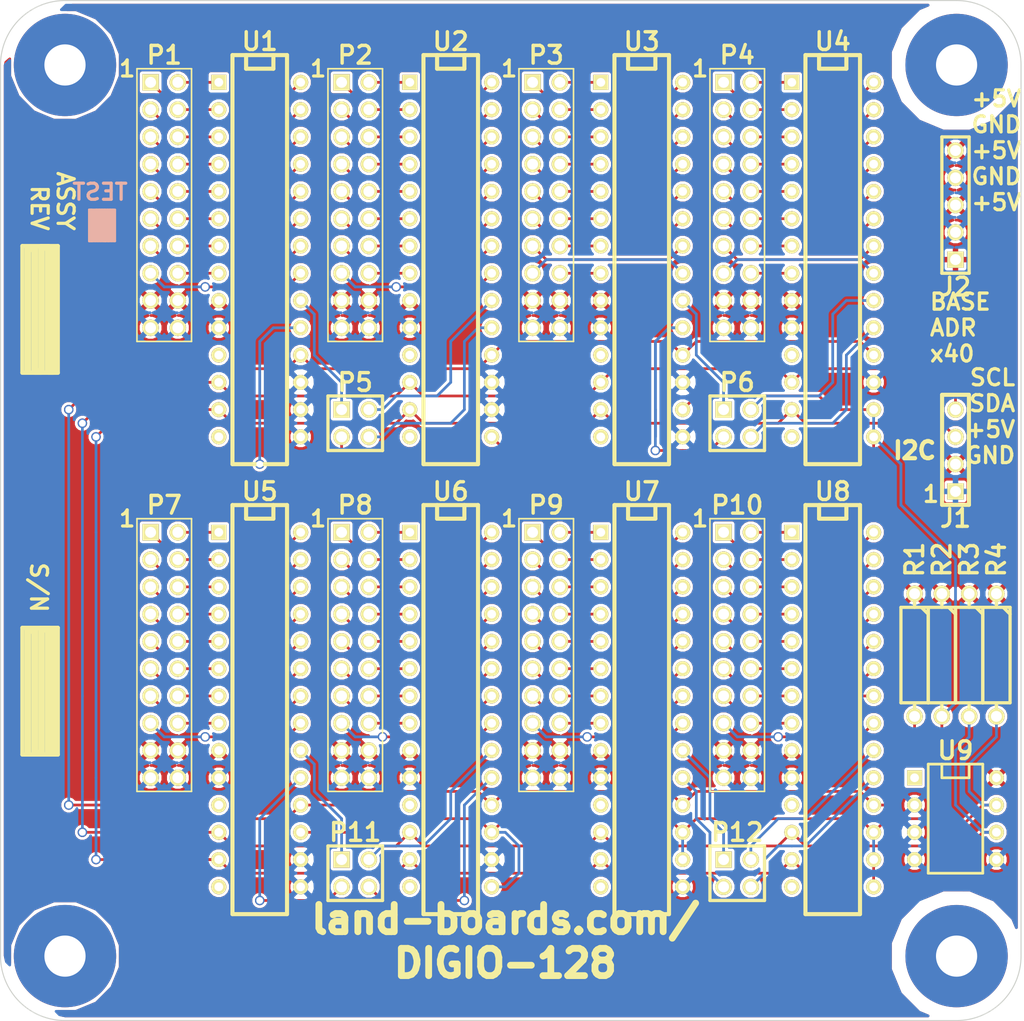
<source format=kicad_pcb>
(kicad_pcb (version 3) (host pcbnew "(2013-07-07 BZR 4022)-stable")
  (title_block (title "8-Channel Opto-Isolated Output I2C") (rev X1) (company land-boards.com))
  (layers (15 F.Cu signal) (0 B.Cu signal) (20 B.SilkS user) (21 F.SilkS user) (22 B.Mask user) (23 F.Mask user) (28 Edge.Cuts user))
  (net 0 "")
  (net 1 /16-bits-1/GP0)
  (net 2 /16-bits-1/GP1)
  (net 3 /16-bits-1/GP10)
  (net 4 /16-bits-1/GP11)
  (net 5 /16-bits-1/GP12)
  (net 6 /16-bits-1/GP13)
  (net 7 /16-bits-1/GP14)
  (net 8 /16-bits-1/GP15)
  (net 9 /16-bits-1/GP2)
  (net 10 /16-bits-1/GP3)
  (net 11 /16-bits-1/GP4)
  (net 12 /16-bits-1/GP5)
  (net 13 /16-bits-1/GP6)
  (net 14 /16-bits-1/GP7)
  (net 15 /16-bits-1/GP8)
  (net 16 /16-bits-1/GP9)
  (net 17 /16-bits-1/INTA)
  (net 18 /16-bits-1/INTB)
  (net 19 /16-bits-1/RST)
  (net 20 /16-bits-1/SCL)
  (net 21 /16-bits-1/SDA)
  (net 22 /16-bits-1/VCC)
  (net 23 /16-bits-2/A0)
  (net 24 /16-bits-2/GP0)
  (net 25 /16-bits-2/GP1)
  (net 26 /16-bits-2/GP10)
  (net 27 /16-bits-2/GP11)
  (net 28 /16-bits-2/GP12)
  (net 29 /16-bits-2/GP13)
  (net 30 /16-bits-2/GP14)
  (net 31 /16-bits-2/GP15)
  (net 32 /16-bits-2/GP2)
  (net 33 /16-bits-2/GP3)
  (net 34 /16-bits-2/GP4)
  (net 35 /16-bits-2/GP5)
  (net 36 /16-bits-2/GP6)
  (net 37 /16-bits-2/GP7)
  (net 38 /16-bits-2/GP8)
  (net 39 /16-bits-2/GP9)
  (net 40 /16-bits-2/INTA)
  (net 41 /16-bits-2/INTB)
  (net 42 /16-bits-3/GP0)
  (net 43 /16-bits-3/GP1)
  (net 44 /16-bits-3/GP10)
  (net 45 /16-bits-3/GP11)
  (net 46 /16-bits-3/GP12)
  (net 47 /16-bits-3/GP13)
  (net 48 /16-bits-3/GP14)
  (net 49 /16-bits-3/GP15)
  (net 50 /16-bits-3/GP2)
  (net 51 /16-bits-3/GP3)
  (net 52 /16-bits-3/GP4)
  (net 53 /16-bits-3/GP5)
  (net 54 /16-bits-3/GP6)
  (net 55 /16-bits-3/GP7)
  (net 56 /16-bits-3/GP8)
  (net 57 /16-bits-3/GP9)
  (net 58 /16-bits-3/INTA)
  (net 59 /16-bits-3/INTB)
  (net 60 /16-bits-4/GP0)
  (net 61 /16-bits-4/GP1)
  (net 62 /16-bits-4/GP10)
  (net 63 /16-bits-4/GP11)
  (net 64 /16-bits-4/GP12)
  (net 65 /16-bits-4/GP13)
  (net 66 /16-bits-4/GP14)
  (net 67 /16-bits-4/GP15)
  (net 68 /16-bits-4/GP2)
  (net 69 /16-bits-4/GP3)
  (net 70 /16-bits-4/GP4)
  (net 71 /16-bits-4/GP5)
  (net 72 /16-bits-4/GP6)
  (net 73 /16-bits-4/GP7)
  (net 74 /16-bits-4/GP8)
  (net 75 /16-bits-4/GP9)
  (net 76 /16-bits-4/INTA)
  (net 77 /16-bits-4/INTB)
  (net 78 /16-bits-5/GP0)
  (net 79 /16-bits-5/GP1)
  (net 80 /16-bits-5/GP10)
  (net 81 /16-bits-5/GP11)
  (net 82 /16-bits-5/GP12)
  (net 83 /16-bits-5/GP13)
  (net 84 /16-bits-5/GP14)
  (net 85 /16-bits-5/GP15)
  (net 86 /16-bits-5/GP2)
  (net 87 /16-bits-5/GP3)
  (net 88 /16-bits-5/GP4)
  (net 89 /16-bits-5/GP5)
  (net 90 /16-bits-5/GP6)
  (net 91 /16-bits-5/GP7)
  (net 92 /16-bits-5/GP8)
  (net 93 /16-bits-5/GP9)
  (net 94 /16-bits-5/INTA)
  (net 95 /16-bits-5/INTB)
  (net 96 /16-bits-6/GP0)
  (net 97 /16-bits-6/GP1)
  (net 98 /16-bits-6/GP10)
  (net 99 /16-bits-6/GP11)
  (net 100 /16-bits-6/GP12)
  (net 101 /16-bits-6/GP13)
  (net 102 /16-bits-6/GP14)
  (net 103 /16-bits-6/GP15)
  (net 104 /16-bits-6/GP2)
  (net 105 /16-bits-6/GP3)
  (net 106 /16-bits-6/GP4)
  (net 107 /16-bits-6/GP5)
  (net 108 /16-bits-6/GP6)
  (net 109 /16-bits-6/GP7)
  (net 110 /16-bits-6/GP8)
  (net 111 /16-bits-6/GP9)
  (net 112 /16-bits-6/INTA)
  (net 113 /16-bits-6/INTB)
  (net 114 /16-bits-7/GP0)
  (net 115 /16-bits-7/GP1)
  (net 116 /16-bits-7/GP10)
  (net 117 /16-bits-7/GP11)
  (net 118 /16-bits-7/GP12)
  (net 119 /16-bits-7/GP13)
  (net 120 /16-bits-7/GP14)
  (net 121 /16-bits-7/GP15)
  (net 122 /16-bits-7/GP2)
  (net 123 /16-bits-7/GP3)
  (net 124 /16-bits-7/GP4)
  (net 125 /16-bits-7/GP5)
  (net 126 /16-bits-7/GP6)
  (net 127 /16-bits-7/GP7)
  (net 128 /16-bits-7/GP8)
  (net 129 /16-bits-7/GP9)
  (net 130 /16-bits-7/INTA)
  (net 131 /16-bits-7/INTB)
  (net 132 /16-bits-8/GP0)
  (net 133 /16-bits-8/GP1)
  (net 134 /16-bits-8/GP10)
  (net 135 /16-bits-8/GP11)
  (net 136 /16-bits-8/GP12)
  (net 137 /16-bits-8/GP13)
  (net 138 /16-bits-8/GP14)
  (net 139 /16-bits-8/GP15)
  (net 140 /16-bits-8/GP2)
  (net 141 /16-bits-8/GP3)
  (net 142 /16-bits-8/GP4)
  (net 143 /16-bits-8/GP5)
  (net 144 /16-bits-8/GP6)
  (net 145 /16-bits-8/GP7)
  (net 146 /16-bits-8/GP8)
  (net 147 /16-bits-8/GP9)
  (net 148 /16-bits-8/INTA)
  (net 149 /16-bits-8/INTB)
  (net 150 GND)
  (module MTG-6-32 (layer F.Cu) (at 61 41 180)
    (fp_text reference MTG4 hide)
    (fp_text value MTG_HOLE hide)
    (pad 1 thru_hole circle (at 0 0 180) (size 9.525 9.525) (drill 3.8354) (layers *.Cu *.Mask))
  )
  (module MTG-6-32 (layer F.Cu) (at 144 41 180)
    (fp_text reference MTG3 hide)
    (fp_text value MTG_HOLE hide)
    (pad 1 thru_hole circle (at 0 0 180) (size 9.525 9.525) (drill 3.8354) (layers *.Cu *.Mask) (clearance 1.27))
  )
  (module MTG-6-32 (layer F.Cu) (at 61 124 180)
    (fp_text reference MTG2 hide)
    (fp_text value MTG_HOLE hide)
    (pad 1 thru_hole circle (at 0 0 180) (size 9.525 9.525) (drill 3.8354) (layers *.Cu *.Mask))
  )
  (module MTG-6-32 (layer F.Cu) (at 144 124 180)
    (fp_text reference MTG1 hide)
    (fp_text value MTG_HOLE hide)
    (pad 1 thru_hole circle (at 0 0 180) (size 9.525 9.525) (drill 3.8354) (layers *.Cu *.Mask) (clearance 1.27))
  )
  (module R4-5 (layer F.Cu) (at 145.17 95.96 270)
    (fp_text reference R3 (at -8.89 0 270) (layer F.SilkS) (effects (font (size 1.651 1.651) (thickness 0.3175))))
    (fp_text value 10K hide)
    (pad 1 thru_hole circle (at -5.715 0 270) (size 1.524 1.524) (drill 1.016) (layers *.Cu *.Mask F.SilkS) (net 22 /16-bits-1/VCC))
    (pad 2 thru_hole circle (at 5.715 0 270) (size 1.524 1.524) (drill 1.016) (layers *.Cu *.Mask F.SilkS) (net 21 /16-bits-1/SDA))
  )
  (module R4-5 (layer F.Cu) (at 147.71 95.96 270)
    (fp_text reference R4 (at -8.89 0 270) (layer F.SilkS) (effects (font (size 1.651 1.651) (thickness 0.3175))))
    (fp_text value 10K hide)
    (pad 1 thru_hole circle (at -5.715 0 270) (size 1.524 1.524) (drill 1.016) (layers *.Cu *.Mask F.SilkS) (net 22 /16-bits-1/VCC))
    (pad 2 thru_hole circle (at 5.715 0 270) (size 1.524 1.524) (drill 1.016) (layers *.Cu *.Mask F.SilkS) (net 20 /16-bits-1/SCL))
  )
  (module R4-5 (layer F.Cu) (at 140.09 95.96 270)
    (fp_text reference R1 (at -8.89 0 270) (layer F.SilkS) (effects (font (size 1.651 1.651) (thickness 0.3175))))
    (fp_text value 10K hide)
    (pad 1 thru_hole circle (at -5.715 0 270) (size 1.524 1.524) (drill 1.016) (layers *.Cu *.Mask F.SilkS) (net 22 /16-bits-1/VCC))
    (pad 2 thru_hole circle (at 5.715 0 270) (size 1.524 1.524) (drill 1.016) (layers *.Cu *.Mask F.SilkS) (net 19 /16-bits-1/RST))
  )
  (module R4-5 (layer F.Cu) (at 142.63 95.96 270)
    (fp_text reference R2 (at -8.89 0 270) (layer F.SilkS) (effects (font (size 1.651 1.651) (thickness 0.3175))))
    (fp_text value 10K hide)
    (pad 1 thru_hole circle (at -5.715 0 270) (size 1.524 1.524) (drill 1.016) (layers *.Cu *.Mask F.SilkS) (net 22 /16-bits-1/VCC))
    (pad 2 thru_hole circle (at 5.715 0 270) (size 1.524 1.524) (drill 1.016) (layers *.Cu *.Mask F.SilkS) (net 23 /16-bits-2/A0))
  )
  (module DIP-28__300 (layer F.Cu) (at 132.47 59.13 270)
    (fp_text reference U4 (at -20.32 0 360) (layer F.SilkS) (effects (font (size 1.651 1.651) (thickness 0.3175))))
    (fp_text value MCP23017P hide)
    (pad 2 thru_hole circle (at -13.97 3.81 270) (size 1.397 1.397) (drill 0.8128) (layers *.Cu *.Mask F.SilkS) (net 75 /16-bits-4/GP9))
    (pad 3 thru_hole circle (at -11.43 3.81 270) (size 1.397 1.397) (drill 0.8128) (layers *.Cu *.Mask F.SilkS) (net 62 /16-bits-4/GP10))
    (pad 4 thru_hole circle (at -8.89 3.81 270) (size 1.397 1.397) (drill 0.8128) (layers *.Cu *.Mask F.SilkS) (net 63 /16-bits-4/GP11))
    (pad 5 thru_hole circle (at -6.35 3.81 270) (size 1.397 1.397) (drill 0.8128) (layers *.Cu *.Mask F.SilkS) (net 64 /16-bits-4/GP12))
    (pad 6 thru_hole circle (at -3.81 3.81 270) (size 1.397 1.397) (drill 0.8128) (layers *.Cu *.Mask F.SilkS) (net 65 /16-bits-4/GP13))
    (pad 7 thru_hole circle (at -1.27 3.81 270) (size 1.397 1.397) (drill 0.8128) (layers *.Cu *.Mask F.SilkS) (net 66 /16-bits-4/GP14))
    (pad 8 thru_hole circle (at 1.27 3.81 270) (size 1.397 1.397) (drill 0.8128) (layers *.Cu *.Mask F.SilkS) (net 67 /16-bits-4/GP15))
    (pad 9 thru_hole circle (at 3.81 3.81 270) (size 1.397 1.397) (drill 0.8128) (layers *.Cu *.Mask F.SilkS) (net 22 /16-bits-1/VCC))
    (pad 10 thru_hole circle (at 6.35 3.81 270) (size 1.397 1.397) (drill 0.8128) (layers *.Cu *.Mask F.SilkS) (net 150 GND))
    (pad 11 thru_hole circle (at 8.89 3.81 270) (size 1.397 1.397) (drill 0.8128) (layers *.Cu *.Mask F.SilkS))
    (pad 12 thru_hole circle (at 11.43 3.81 270) (size 1.397 1.397) (drill 0.8128) (layers *.Cu *.Mask F.SilkS) (net 20 /16-bits-1/SCL))
    (pad 13 thru_hole circle (at 13.97 3.81 270) (size 1.397 1.397) (drill 0.8128) (layers *.Cu *.Mask F.SilkS) (net 21 /16-bits-1/SDA))
    (pad 14 thru_hole circle (at 16.51 3.81 270) (size 1.397 1.397) (drill 0.8128) (layers *.Cu *.Mask F.SilkS))
    (pad 1 thru_hole rect (at -16.51 3.81 270) (size 1.397 1.397) (drill 0.8128) (layers *.Cu *.Mask F.SilkS) (net 74 /16-bits-4/GP8))
    (pad 15 thru_hole circle (at 16.51 -3.81 270) (size 1.397 1.397) (drill 0.8128) (layers *.Cu *.Mask F.SilkS) (net 23 /16-bits-2/A0))
    (pad 16 thru_hole circle (at 13.97 -3.81 270) (size 1.397 1.397) (drill 0.8128) (layers *.Cu *.Mask F.SilkS) (net 23 /16-bits-2/A0))
    (pad 17 thru_hole circle (at 11.43 -3.81 270) (size 1.397 1.397) (drill 0.8128) (layers *.Cu *.Mask F.SilkS) (net 150 GND))
    (pad 18 thru_hole circle (at 8.89 -3.81 270) (size 1.397 1.397) (drill 0.8128) (layers *.Cu *.Mask F.SilkS) (net 19 /16-bits-1/RST))
    (pad 19 thru_hole circle (at 6.35 -3.81 270) (size 1.397 1.397) (drill 0.8128) (layers *.Cu *.Mask F.SilkS) (net 77 /16-bits-4/INTB))
    (pad 20 thru_hole circle (at 3.81 -3.81 270) (size 1.397 1.397) (drill 0.8128) (layers *.Cu *.Mask F.SilkS) (net 76 /16-bits-4/INTA))
    (pad 21 thru_hole circle (at 1.27 -3.81 270) (size 1.397 1.397) (drill 0.8128) (layers *.Cu *.Mask F.SilkS) (net 60 /16-bits-4/GP0))
    (pad 22 thru_hole circle (at -1.27 -3.81 270) (size 1.397 1.397) (drill 0.8128) (layers *.Cu *.Mask F.SilkS) (net 61 /16-bits-4/GP1))
    (pad 23 thru_hole circle (at -3.81 -3.81 270) (size 1.397 1.397) (drill 0.8128) (layers *.Cu *.Mask F.SilkS) (net 68 /16-bits-4/GP2))
    (pad 24 thru_hole circle (at -6.35 -3.81 270) (size 1.397 1.397) (drill 0.8128) (layers *.Cu *.Mask F.SilkS) (net 69 /16-bits-4/GP3))
    (pad 25 thru_hole circle (at -8.89 -3.81 270) (size 1.397 1.397) (drill 0.8128) (layers *.Cu *.Mask F.SilkS) (net 70 /16-bits-4/GP4))
    (pad 26 thru_hole circle (at -11.43 -3.81 270) (size 1.397 1.397) (drill 0.8128) (layers *.Cu *.Mask F.SilkS) (net 71 /16-bits-4/GP5))
    (pad 27 thru_hole circle (at -13.97 -3.81 270) (size 1.397 1.397) (drill 0.8128) (layers *.Cu *.Mask F.SilkS) (net 72 /16-bits-4/GP6))
    (pad 28 thru_hole circle (at -16.51 -3.81 270) (size 1.397 1.397) (drill 0.8128) (layers *.Cu *.Mask F.SilkS) (net 73 /16-bits-4/GP7))
  )
  (module DIP-28__300 (layer F.Cu) (at 114.69 59.13 270)
    (fp_text reference U3 (at -20.32 0 360) (layer F.SilkS) (effects (font (size 1.651 1.651) (thickness 0.3175))))
    (fp_text value MCP23017P hide)
    (pad 2 thru_hole circle (at -13.97 3.81 270) (size 1.397 1.397) (drill 0.8128) (layers *.Cu *.Mask F.SilkS) (net 57 /16-bits-3/GP9))
    (pad 3 thru_hole circle (at -11.43 3.81 270) (size 1.397 1.397) (drill 0.8128) (layers *.Cu *.Mask F.SilkS) (net 44 /16-bits-3/GP10))
    (pad 4 thru_hole circle (at -8.89 3.81 270) (size 1.397 1.397) (drill 0.8128) (layers *.Cu *.Mask F.SilkS) (net 45 /16-bits-3/GP11))
    (pad 5 thru_hole circle (at -6.35 3.81 270) (size 1.397 1.397) (drill 0.8128) (layers *.Cu *.Mask F.SilkS) (net 46 /16-bits-3/GP12))
    (pad 6 thru_hole circle (at -3.81 3.81 270) (size 1.397 1.397) (drill 0.8128) (layers *.Cu *.Mask F.SilkS) (net 47 /16-bits-3/GP13))
    (pad 7 thru_hole circle (at -1.27 3.81 270) (size 1.397 1.397) (drill 0.8128) (layers *.Cu *.Mask F.SilkS) (net 48 /16-bits-3/GP14))
    (pad 8 thru_hole circle (at 1.27 3.81 270) (size 1.397 1.397) (drill 0.8128) (layers *.Cu *.Mask F.SilkS) (net 49 /16-bits-3/GP15))
    (pad 9 thru_hole circle (at 3.81 3.81 270) (size 1.397 1.397) (drill 0.8128) (layers *.Cu *.Mask F.SilkS) (net 22 /16-bits-1/VCC))
    (pad 10 thru_hole circle (at 6.35 3.81 270) (size 1.397 1.397) (drill 0.8128) (layers *.Cu *.Mask F.SilkS) (net 150 GND))
    (pad 11 thru_hole circle (at 8.89 3.81 270) (size 1.397 1.397) (drill 0.8128) (layers *.Cu *.Mask F.SilkS))
    (pad 12 thru_hole circle (at 11.43 3.81 270) (size 1.397 1.397) (drill 0.8128) (layers *.Cu *.Mask F.SilkS) (net 20 /16-bits-1/SCL))
    (pad 13 thru_hole circle (at 13.97 3.81 270) (size 1.397 1.397) (drill 0.8128) (layers *.Cu *.Mask F.SilkS) (net 21 /16-bits-1/SDA))
    (pad 14 thru_hole circle (at 16.51 3.81 270) (size 1.397 1.397) (drill 0.8128) (layers *.Cu *.Mask F.SilkS))
    (pad 1 thru_hole rect (at -16.51 3.81 270) (size 1.397 1.397) (drill 0.8128) (layers *.Cu *.Mask F.SilkS) (net 56 /16-bits-3/GP8))
    (pad 15 thru_hole circle (at 16.51 -3.81 270) (size 1.397 1.397) (drill 0.8128) (layers *.Cu *.Mask F.SilkS) (net 150 GND))
    (pad 16 thru_hole circle (at 13.97 -3.81 270) (size 1.397 1.397) (drill 0.8128) (layers *.Cu *.Mask F.SilkS) (net 23 /16-bits-2/A0))
    (pad 17 thru_hole circle (at 11.43 -3.81 270) (size 1.397 1.397) (drill 0.8128) (layers *.Cu *.Mask F.SilkS) (net 150 GND))
    (pad 18 thru_hole circle (at 8.89 -3.81 270) (size 1.397 1.397) (drill 0.8128) (layers *.Cu *.Mask F.SilkS) (net 19 /16-bits-1/RST))
    (pad 19 thru_hole circle (at 6.35 -3.81 270) (size 1.397 1.397) (drill 0.8128) (layers *.Cu *.Mask F.SilkS) (net 59 /16-bits-3/INTB))
    (pad 20 thru_hole circle (at 3.81 -3.81 270) (size 1.397 1.397) (drill 0.8128) (layers *.Cu *.Mask F.SilkS) (net 58 /16-bits-3/INTA))
    (pad 21 thru_hole circle (at 1.27 -3.81 270) (size 1.397 1.397) (drill 0.8128) (layers *.Cu *.Mask F.SilkS) (net 42 /16-bits-3/GP0))
    (pad 22 thru_hole circle (at -1.27 -3.81 270) (size 1.397 1.397) (drill 0.8128) (layers *.Cu *.Mask F.SilkS) (net 43 /16-bits-3/GP1))
    (pad 23 thru_hole circle (at -3.81 -3.81 270) (size 1.397 1.397) (drill 0.8128) (layers *.Cu *.Mask F.SilkS) (net 50 /16-bits-3/GP2))
    (pad 24 thru_hole circle (at -6.35 -3.81 270) (size 1.397 1.397) (drill 0.8128) (layers *.Cu *.Mask F.SilkS) (net 51 /16-bits-3/GP3))
    (pad 25 thru_hole circle (at -8.89 -3.81 270) (size 1.397 1.397) (drill 0.8128) (layers *.Cu *.Mask F.SilkS) (net 52 /16-bits-3/GP4))
    (pad 26 thru_hole circle (at -11.43 -3.81 270) (size 1.397 1.397) (drill 0.8128) (layers *.Cu *.Mask F.SilkS) (net 53 /16-bits-3/GP5))
    (pad 27 thru_hole circle (at -13.97 -3.81 270) (size 1.397 1.397) (drill 0.8128) (layers *.Cu *.Mask F.SilkS) (net 54 /16-bits-3/GP6))
    (pad 28 thru_hole circle (at -16.51 -3.81 270) (size 1.397 1.397) (drill 0.8128) (layers *.Cu *.Mask F.SilkS) (net 55 /16-bits-3/GP7))
  )
  (module DIP-28__300 (layer F.Cu) (at 79.13 101.04 270)
    (fp_text reference U5 (at -20.32 0 360) (layer F.SilkS) (effects (font (size 1.651 1.651) (thickness 0.3175))))
    (fp_text value MCP23017P hide)
    (pad 2 thru_hole circle (at -13.97 3.81 270) (size 1.397 1.397) (drill 0.8128) (layers *.Cu *.Mask F.SilkS) (net 93 /16-bits-5/GP9))
    (pad 3 thru_hole circle (at -11.43 3.81 270) (size 1.397 1.397) (drill 0.8128) (layers *.Cu *.Mask F.SilkS) (net 80 /16-bits-5/GP10))
    (pad 4 thru_hole circle (at -8.89 3.81 270) (size 1.397 1.397) (drill 0.8128) (layers *.Cu *.Mask F.SilkS) (net 81 /16-bits-5/GP11))
    (pad 5 thru_hole circle (at -6.35 3.81 270) (size 1.397 1.397) (drill 0.8128) (layers *.Cu *.Mask F.SilkS) (net 82 /16-bits-5/GP12))
    (pad 6 thru_hole circle (at -3.81 3.81 270) (size 1.397 1.397) (drill 0.8128) (layers *.Cu *.Mask F.SilkS) (net 83 /16-bits-5/GP13))
    (pad 7 thru_hole circle (at -1.27 3.81 270) (size 1.397 1.397) (drill 0.8128) (layers *.Cu *.Mask F.SilkS) (net 84 /16-bits-5/GP14))
    (pad 8 thru_hole circle (at 1.27 3.81 270) (size 1.397 1.397) (drill 0.8128) (layers *.Cu *.Mask F.SilkS) (net 85 /16-bits-5/GP15))
    (pad 9 thru_hole circle (at 3.81 3.81 270) (size 1.397 1.397) (drill 0.8128) (layers *.Cu *.Mask F.SilkS) (net 22 /16-bits-1/VCC))
    (pad 10 thru_hole circle (at 6.35 3.81 270) (size 1.397 1.397) (drill 0.8128) (layers *.Cu *.Mask F.SilkS) (net 150 GND))
    (pad 11 thru_hole circle (at 8.89 3.81 270) (size 1.397 1.397) (drill 0.8128) (layers *.Cu *.Mask F.SilkS))
    (pad 12 thru_hole circle (at 11.43 3.81 270) (size 1.397 1.397) (drill 0.8128) (layers *.Cu *.Mask F.SilkS) (net 20 /16-bits-1/SCL))
    (pad 13 thru_hole circle (at 13.97 3.81 270) (size 1.397 1.397) (drill 0.8128) (layers *.Cu *.Mask F.SilkS) (net 21 /16-bits-1/SDA))
    (pad 14 thru_hole circle (at 16.51 3.81 270) (size 1.397 1.397) (drill 0.8128) (layers *.Cu *.Mask F.SilkS))
    (pad 1 thru_hole rect (at -16.51 3.81 270) (size 1.397 1.397) (drill 0.8128) (layers *.Cu *.Mask F.SilkS) (net 92 /16-bits-5/GP8))
    (pad 15 thru_hole circle (at 16.51 -3.81 270) (size 1.397 1.397) (drill 0.8128) (layers *.Cu *.Mask F.SilkS) (net 150 GND))
    (pad 16 thru_hole circle (at 13.97 -3.81 270) (size 1.397 1.397) (drill 0.8128) (layers *.Cu *.Mask F.SilkS) (net 150 GND))
    (pad 17 thru_hole circle (at 11.43 -3.81 270) (size 1.397 1.397) (drill 0.8128) (layers *.Cu *.Mask F.SilkS) (net 23 /16-bits-2/A0))
    (pad 18 thru_hole circle (at 8.89 -3.81 270) (size 1.397 1.397) (drill 0.8128) (layers *.Cu *.Mask F.SilkS) (net 19 /16-bits-1/RST))
    (pad 19 thru_hole circle (at 6.35 -3.81 270) (size 1.397 1.397) (drill 0.8128) (layers *.Cu *.Mask F.SilkS) (net 95 /16-bits-5/INTB))
    (pad 20 thru_hole circle (at 3.81 -3.81 270) (size 1.397 1.397) (drill 0.8128) (layers *.Cu *.Mask F.SilkS) (net 94 /16-bits-5/INTA))
    (pad 21 thru_hole circle (at 1.27 -3.81 270) (size 1.397 1.397) (drill 0.8128) (layers *.Cu *.Mask F.SilkS) (net 78 /16-bits-5/GP0))
    (pad 22 thru_hole circle (at -1.27 -3.81 270) (size 1.397 1.397) (drill 0.8128) (layers *.Cu *.Mask F.SilkS) (net 79 /16-bits-5/GP1))
    (pad 23 thru_hole circle (at -3.81 -3.81 270) (size 1.397 1.397) (drill 0.8128) (layers *.Cu *.Mask F.SilkS) (net 86 /16-bits-5/GP2))
    (pad 24 thru_hole circle (at -6.35 -3.81 270) (size 1.397 1.397) (drill 0.8128) (layers *.Cu *.Mask F.SilkS) (net 87 /16-bits-5/GP3))
    (pad 25 thru_hole circle (at -8.89 -3.81 270) (size 1.397 1.397) (drill 0.8128) (layers *.Cu *.Mask F.SilkS) (net 88 /16-bits-5/GP4))
    (pad 26 thru_hole circle (at -11.43 -3.81 270) (size 1.397 1.397) (drill 0.8128) (layers *.Cu *.Mask F.SilkS) (net 89 /16-bits-5/GP5))
    (pad 27 thru_hole circle (at -13.97 -3.81 270) (size 1.397 1.397) (drill 0.8128) (layers *.Cu *.Mask F.SilkS) (net 90 /16-bits-5/GP6))
    (pad 28 thru_hole circle (at -16.51 -3.81 270) (size 1.397 1.397) (drill 0.8128) (layers *.Cu *.Mask F.SilkS) (net 91 /16-bits-5/GP7))
  )
  (module DIP-28__300 (layer F.Cu) (at 96.91 101.04 270)
    (fp_text reference U6 (at -20.32 0 360) (layer F.SilkS) (effects (font (size 1.651 1.651) (thickness 0.3175))))
    (fp_text value MCP23017P hide)
    (pad 2 thru_hole circle (at -13.97 3.81 270) (size 1.397 1.397) (drill 0.8128) (layers *.Cu *.Mask F.SilkS) (net 111 /16-bits-6/GP9))
    (pad 3 thru_hole circle (at -11.43 3.81 270) (size 1.397 1.397) (drill 0.8128) (layers *.Cu *.Mask F.SilkS) (net 98 /16-bits-6/GP10))
    (pad 4 thru_hole circle (at -8.89 3.81 270) (size 1.397 1.397) (drill 0.8128) (layers *.Cu *.Mask F.SilkS) (net 99 /16-bits-6/GP11))
    (pad 5 thru_hole circle (at -6.35 3.81 270) (size 1.397 1.397) (drill 0.8128) (layers *.Cu *.Mask F.SilkS) (net 100 /16-bits-6/GP12))
    (pad 6 thru_hole circle (at -3.81 3.81 270) (size 1.397 1.397) (drill 0.8128) (layers *.Cu *.Mask F.SilkS) (net 101 /16-bits-6/GP13))
    (pad 7 thru_hole circle (at -1.27 3.81 270) (size 1.397 1.397) (drill 0.8128) (layers *.Cu *.Mask F.SilkS) (net 102 /16-bits-6/GP14))
    (pad 8 thru_hole circle (at 1.27 3.81 270) (size 1.397 1.397) (drill 0.8128) (layers *.Cu *.Mask F.SilkS) (net 103 /16-bits-6/GP15))
    (pad 9 thru_hole circle (at 3.81 3.81 270) (size 1.397 1.397) (drill 0.8128) (layers *.Cu *.Mask F.SilkS) (net 22 /16-bits-1/VCC))
    (pad 10 thru_hole circle (at 6.35 3.81 270) (size 1.397 1.397) (drill 0.8128) (layers *.Cu *.Mask F.SilkS) (net 150 GND))
    (pad 11 thru_hole circle (at 8.89 3.81 270) (size 1.397 1.397) (drill 0.8128) (layers *.Cu *.Mask F.SilkS))
    (pad 12 thru_hole circle (at 11.43 3.81 270) (size 1.397 1.397) (drill 0.8128) (layers *.Cu *.Mask F.SilkS) (net 20 /16-bits-1/SCL))
    (pad 13 thru_hole circle (at 13.97 3.81 270) (size 1.397 1.397) (drill 0.8128) (layers *.Cu *.Mask F.SilkS) (net 21 /16-bits-1/SDA))
    (pad 14 thru_hole circle (at 16.51 3.81 270) (size 1.397 1.397) (drill 0.8128) (layers *.Cu *.Mask F.SilkS))
    (pad 1 thru_hole rect (at -16.51 3.81 270) (size 1.397 1.397) (drill 0.8128) (layers *.Cu *.Mask F.SilkS) (net 110 /16-bits-6/GP8))
    (pad 15 thru_hole circle (at 16.51 -3.81 270) (size 1.397 1.397) (drill 0.8128) (layers *.Cu *.Mask F.SilkS) (net 23 /16-bits-2/A0))
    (pad 16 thru_hole circle (at 13.97 -3.81 270) (size 1.397 1.397) (drill 0.8128) (layers *.Cu *.Mask F.SilkS) (net 150 GND))
    (pad 17 thru_hole circle (at 11.43 -3.81 270) (size 1.397 1.397) (drill 0.8128) (layers *.Cu *.Mask F.SilkS) (net 23 /16-bits-2/A0))
    (pad 18 thru_hole circle (at 8.89 -3.81 270) (size 1.397 1.397) (drill 0.8128) (layers *.Cu *.Mask F.SilkS) (net 19 /16-bits-1/RST))
    (pad 19 thru_hole circle (at 6.35 -3.81 270) (size 1.397 1.397) (drill 0.8128) (layers *.Cu *.Mask F.SilkS) (net 113 /16-bits-6/INTB))
    (pad 20 thru_hole circle (at 3.81 -3.81 270) (size 1.397 1.397) (drill 0.8128) (layers *.Cu *.Mask F.SilkS) (net 112 /16-bits-6/INTA))
    (pad 21 thru_hole circle (at 1.27 -3.81 270) (size 1.397 1.397) (drill 0.8128) (layers *.Cu *.Mask F.SilkS) (net 96 /16-bits-6/GP0))
    (pad 22 thru_hole circle (at -1.27 -3.81 270) (size 1.397 1.397) (drill 0.8128) (layers *.Cu *.Mask F.SilkS) (net 97 /16-bits-6/GP1))
    (pad 23 thru_hole circle (at -3.81 -3.81 270) (size 1.397 1.397) (drill 0.8128) (layers *.Cu *.Mask F.SilkS) (net 104 /16-bits-6/GP2))
    (pad 24 thru_hole circle (at -6.35 -3.81 270) (size 1.397 1.397) (drill 0.8128) (layers *.Cu *.Mask F.SilkS) (net 105 /16-bits-6/GP3))
    (pad 25 thru_hole circle (at -8.89 -3.81 270) (size 1.397 1.397) (drill 0.8128) (layers *.Cu *.Mask F.SilkS) (net 106 /16-bits-6/GP4))
    (pad 26 thru_hole circle (at -11.43 -3.81 270) (size 1.397 1.397) (drill 0.8128) (layers *.Cu *.Mask F.SilkS) (net 107 /16-bits-6/GP5))
    (pad 27 thru_hole circle (at -13.97 -3.81 270) (size 1.397 1.397) (drill 0.8128) (layers *.Cu *.Mask F.SilkS) (net 108 /16-bits-6/GP6))
    (pad 28 thru_hole circle (at -16.51 -3.81 270) (size 1.397 1.397) (drill 0.8128) (layers *.Cu *.Mask F.SilkS) (net 109 /16-bits-6/GP7))
  )
  (module DIP-28__300 (layer F.Cu) (at 96.91 59.13 270)
    (fp_text reference U2 (at -20.32 0 360) (layer F.SilkS) (effects (font (size 1.651 1.651) (thickness 0.3175))))
    (fp_text value MCP23017P hide)
    (pad 2 thru_hole circle (at -13.97 3.81 270) (size 1.397 1.397) (drill 0.8128) (layers *.Cu *.Mask F.SilkS) (net 39 /16-bits-2/GP9))
    (pad 3 thru_hole circle (at -11.43 3.81 270) (size 1.397 1.397) (drill 0.8128) (layers *.Cu *.Mask F.SilkS) (net 26 /16-bits-2/GP10))
    (pad 4 thru_hole circle (at -8.89 3.81 270) (size 1.397 1.397) (drill 0.8128) (layers *.Cu *.Mask F.SilkS) (net 27 /16-bits-2/GP11))
    (pad 5 thru_hole circle (at -6.35 3.81 270) (size 1.397 1.397) (drill 0.8128) (layers *.Cu *.Mask F.SilkS) (net 28 /16-bits-2/GP12))
    (pad 6 thru_hole circle (at -3.81 3.81 270) (size 1.397 1.397) (drill 0.8128) (layers *.Cu *.Mask F.SilkS) (net 29 /16-bits-2/GP13))
    (pad 7 thru_hole circle (at -1.27 3.81 270) (size 1.397 1.397) (drill 0.8128) (layers *.Cu *.Mask F.SilkS) (net 30 /16-bits-2/GP14))
    (pad 8 thru_hole circle (at 1.27 3.81 270) (size 1.397 1.397) (drill 0.8128) (layers *.Cu *.Mask F.SilkS) (net 31 /16-bits-2/GP15))
    (pad 9 thru_hole circle (at 3.81 3.81 270) (size 1.397 1.397) (drill 0.8128) (layers *.Cu *.Mask F.SilkS) (net 22 /16-bits-1/VCC))
    (pad 10 thru_hole circle (at 6.35 3.81 270) (size 1.397 1.397) (drill 0.8128) (layers *.Cu *.Mask F.SilkS) (net 150 GND))
    (pad 11 thru_hole circle (at 8.89 3.81 270) (size 1.397 1.397) (drill 0.8128) (layers *.Cu *.Mask F.SilkS))
    (pad 12 thru_hole circle (at 11.43 3.81 270) (size 1.397 1.397) (drill 0.8128) (layers *.Cu *.Mask F.SilkS) (net 20 /16-bits-1/SCL))
    (pad 13 thru_hole circle (at 13.97 3.81 270) (size 1.397 1.397) (drill 0.8128) (layers *.Cu *.Mask F.SilkS) (net 21 /16-bits-1/SDA))
    (pad 14 thru_hole circle (at 16.51 3.81 270) (size 1.397 1.397) (drill 0.8128) (layers *.Cu *.Mask F.SilkS))
    (pad 1 thru_hole rect (at -16.51 3.81 270) (size 1.397 1.397) (drill 0.8128) (layers *.Cu *.Mask F.SilkS) (net 38 /16-bits-2/GP8))
    (pad 15 thru_hole circle (at 16.51 -3.81 270) (size 1.397 1.397) (drill 0.8128) (layers *.Cu *.Mask F.SilkS) (net 23 /16-bits-2/A0))
    (pad 16 thru_hole circle (at 13.97 -3.81 270) (size 1.397 1.397) (drill 0.8128) (layers *.Cu *.Mask F.SilkS) (net 150 GND))
    (pad 17 thru_hole circle (at 11.43 -3.81 270) (size 1.397 1.397) (drill 0.8128) (layers *.Cu *.Mask F.SilkS) (net 150 GND))
    (pad 18 thru_hole circle (at 8.89 -3.81 270) (size 1.397 1.397) (drill 0.8128) (layers *.Cu *.Mask F.SilkS) (net 19 /16-bits-1/RST))
    (pad 19 thru_hole circle (at 6.35 -3.81 270) (size 1.397 1.397) (drill 0.8128) (layers *.Cu *.Mask F.SilkS) (net 41 /16-bits-2/INTB))
    (pad 20 thru_hole circle (at 3.81 -3.81 270) (size 1.397 1.397) (drill 0.8128) (layers *.Cu *.Mask F.SilkS) (net 40 /16-bits-2/INTA))
    (pad 21 thru_hole circle (at 1.27 -3.81 270) (size 1.397 1.397) (drill 0.8128) (layers *.Cu *.Mask F.SilkS) (net 24 /16-bits-2/GP0))
    (pad 22 thru_hole circle (at -1.27 -3.81 270) (size 1.397 1.397) (drill 0.8128) (layers *.Cu *.Mask F.SilkS) (net 25 /16-bits-2/GP1))
    (pad 23 thru_hole circle (at -3.81 -3.81 270) (size 1.397 1.397) (drill 0.8128) (layers *.Cu *.Mask F.SilkS) (net 32 /16-bits-2/GP2))
    (pad 24 thru_hole circle (at -6.35 -3.81 270) (size 1.397 1.397) (drill 0.8128) (layers *.Cu *.Mask F.SilkS) (net 33 /16-bits-2/GP3))
    (pad 25 thru_hole circle (at -8.89 -3.81 270) (size 1.397 1.397) (drill 0.8128) (layers *.Cu *.Mask F.SilkS) (net 34 /16-bits-2/GP4))
    (pad 26 thru_hole circle (at -11.43 -3.81 270) (size 1.397 1.397) (drill 0.8128) (layers *.Cu *.Mask F.SilkS) (net 35 /16-bits-2/GP5))
    (pad 27 thru_hole circle (at -13.97 -3.81 270) (size 1.397 1.397) (drill 0.8128) (layers *.Cu *.Mask F.SilkS) (net 36 /16-bits-2/GP6))
    (pad 28 thru_hole circle (at -16.51 -3.81 270) (size 1.397 1.397) (drill 0.8128) (layers *.Cu *.Mask F.SilkS) (net 37 /16-bits-2/GP7))
  )
  (module DIP-28__300 (layer F.Cu) (at 114.69 101.04 270)
    (fp_text reference U7 (at -20.32 0 360) (layer F.SilkS) (effects (font (size 1.651 1.651) (thickness 0.3175))))
    (fp_text value MCP23017P hide)
    (pad 2 thru_hole circle (at -13.97 3.81 270) (size 1.397 1.397) (drill 0.8128) (layers *.Cu *.Mask F.SilkS) (net 129 /16-bits-7/GP9))
    (pad 3 thru_hole circle (at -11.43 3.81 270) (size 1.397 1.397) (drill 0.8128) (layers *.Cu *.Mask F.SilkS) (net 116 /16-bits-7/GP10))
    (pad 4 thru_hole circle (at -8.89 3.81 270) (size 1.397 1.397) (drill 0.8128) (layers *.Cu *.Mask F.SilkS) (net 117 /16-bits-7/GP11))
    (pad 5 thru_hole circle (at -6.35 3.81 270) (size 1.397 1.397) (drill 0.8128) (layers *.Cu *.Mask F.SilkS) (net 118 /16-bits-7/GP12))
    (pad 6 thru_hole circle (at -3.81 3.81 270) (size 1.397 1.397) (drill 0.8128) (layers *.Cu *.Mask F.SilkS) (net 119 /16-bits-7/GP13))
    (pad 7 thru_hole circle (at -1.27 3.81 270) (size 1.397 1.397) (drill 0.8128) (layers *.Cu *.Mask F.SilkS) (net 120 /16-bits-7/GP14))
    (pad 8 thru_hole circle (at 1.27 3.81 270) (size 1.397 1.397) (drill 0.8128) (layers *.Cu *.Mask F.SilkS) (net 121 /16-bits-7/GP15))
    (pad 9 thru_hole circle (at 3.81 3.81 270) (size 1.397 1.397) (drill 0.8128) (layers *.Cu *.Mask F.SilkS) (net 22 /16-bits-1/VCC))
    (pad 10 thru_hole circle (at 6.35 3.81 270) (size 1.397 1.397) (drill 0.8128) (layers *.Cu *.Mask F.SilkS) (net 150 GND))
    (pad 11 thru_hole circle (at 8.89 3.81 270) (size 1.397 1.397) (drill 0.8128) (layers *.Cu *.Mask F.SilkS))
    (pad 12 thru_hole circle (at 11.43 3.81 270) (size 1.397 1.397) (drill 0.8128) (layers *.Cu *.Mask F.SilkS) (net 20 /16-bits-1/SCL))
    (pad 13 thru_hole circle (at 13.97 3.81 270) (size 1.397 1.397) (drill 0.8128) (layers *.Cu *.Mask F.SilkS) (net 21 /16-bits-1/SDA))
    (pad 14 thru_hole circle (at 16.51 3.81 270) (size 1.397 1.397) (drill 0.8128) (layers *.Cu *.Mask F.SilkS))
    (pad 1 thru_hole rect (at -16.51 3.81 270) (size 1.397 1.397) (drill 0.8128) (layers *.Cu *.Mask F.SilkS) (net 128 /16-bits-7/GP8))
    (pad 15 thru_hole circle (at 16.51 -3.81 270) (size 1.397 1.397) (drill 0.8128) (layers *.Cu *.Mask F.SilkS) (net 150 GND))
    (pad 16 thru_hole circle (at 13.97 -3.81 270) (size 1.397 1.397) (drill 0.8128) (layers *.Cu *.Mask F.SilkS) (net 23 /16-bits-2/A0))
    (pad 17 thru_hole circle (at 11.43 -3.81 270) (size 1.397 1.397) (drill 0.8128) (layers *.Cu *.Mask F.SilkS) (net 23 /16-bits-2/A0))
    (pad 18 thru_hole circle (at 8.89 -3.81 270) (size 1.397 1.397) (drill 0.8128) (layers *.Cu *.Mask F.SilkS) (net 19 /16-bits-1/RST))
    (pad 19 thru_hole circle (at 6.35 -3.81 270) (size 1.397 1.397) (drill 0.8128) (layers *.Cu *.Mask F.SilkS) (net 131 /16-bits-7/INTB))
    (pad 20 thru_hole circle (at 3.81 -3.81 270) (size 1.397 1.397) (drill 0.8128) (layers *.Cu *.Mask F.SilkS) (net 130 /16-bits-7/INTA))
    (pad 21 thru_hole circle (at 1.27 -3.81 270) (size 1.397 1.397) (drill 0.8128) (layers *.Cu *.Mask F.SilkS) (net 114 /16-bits-7/GP0))
    (pad 22 thru_hole circle (at -1.27 -3.81 270) (size 1.397 1.397) (drill 0.8128) (layers *.Cu *.Mask F.SilkS) (net 115 /16-bits-7/GP1))
    (pad 23 thru_hole circle (at -3.81 -3.81 270) (size 1.397 1.397) (drill 0.8128) (layers *.Cu *.Mask F.SilkS) (net 122 /16-bits-7/GP2))
    (pad 24 thru_hole circle (at -6.35 -3.81 270) (size 1.397 1.397) (drill 0.8128) (layers *.Cu *.Mask F.SilkS) (net 123 /16-bits-7/GP3))
    (pad 25 thru_hole circle (at -8.89 -3.81 270) (size 1.397 1.397) (drill 0.8128) (layers *.Cu *.Mask F.SilkS) (net 124 /16-bits-7/GP4))
    (pad 26 thru_hole circle (at -11.43 -3.81 270) (size 1.397 1.397) (drill 0.8128) (layers *.Cu *.Mask F.SilkS) (net 125 /16-bits-7/GP5))
    (pad 27 thru_hole circle (at -13.97 -3.81 270) (size 1.397 1.397) (drill 0.8128) (layers *.Cu *.Mask F.SilkS) (net 126 /16-bits-7/GP6))
    (pad 28 thru_hole circle (at -16.51 -3.81 270) (size 1.397 1.397) (drill 0.8128) (layers *.Cu *.Mask F.SilkS) (net 127 /16-bits-7/GP7))
  )
  (module DIP-28__300 (layer F.Cu) (at 132.47 101.04 270)
    (fp_text reference U8 (at -20.32 0 360) (layer F.SilkS) (effects (font (size 1.651 1.651) (thickness 0.3175))))
    (fp_text value MCP23017P hide)
    (pad 2 thru_hole circle (at -13.97 3.81 270) (size 1.397 1.397) (drill 0.8128) (layers *.Cu *.Mask F.SilkS) (net 147 /16-bits-8/GP9))
    (pad 3 thru_hole circle (at -11.43 3.81 270) (size 1.397 1.397) (drill 0.8128) (layers *.Cu *.Mask F.SilkS) (net 134 /16-bits-8/GP10))
    (pad 4 thru_hole circle (at -8.89 3.81 270) (size 1.397 1.397) (drill 0.8128) (layers *.Cu *.Mask F.SilkS) (net 135 /16-bits-8/GP11))
    (pad 5 thru_hole circle (at -6.35 3.81 270) (size 1.397 1.397) (drill 0.8128) (layers *.Cu *.Mask F.SilkS) (net 136 /16-bits-8/GP12))
    (pad 6 thru_hole circle (at -3.81 3.81 270) (size 1.397 1.397) (drill 0.8128) (layers *.Cu *.Mask F.SilkS) (net 137 /16-bits-8/GP13))
    (pad 7 thru_hole circle (at -1.27 3.81 270) (size 1.397 1.397) (drill 0.8128) (layers *.Cu *.Mask F.SilkS) (net 138 /16-bits-8/GP14))
    (pad 8 thru_hole circle (at 1.27 3.81 270) (size 1.397 1.397) (drill 0.8128) (layers *.Cu *.Mask F.SilkS) (net 139 /16-bits-8/GP15))
    (pad 9 thru_hole circle (at 3.81 3.81 270) (size 1.397 1.397) (drill 0.8128) (layers *.Cu *.Mask F.SilkS) (net 22 /16-bits-1/VCC))
    (pad 10 thru_hole circle (at 6.35 3.81 270) (size 1.397 1.397) (drill 0.8128) (layers *.Cu *.Mask F.SilkS) (net 150 GND))
    (pad 11 thru_hole circle (at 8.89 3.81 270) (size 1.397 1.397) (drill 0.8128) (layers *.Cu *.Mask F.SilkS))
    (pad 12 thru_hole circle (at 11.43 3.81 270) (size 1.397 1.397) (drill 0.8128) (layers *.Cu *.Mask F.SilkS) (net 20 /16-bits-1/SCL))
    (pad 13 thru_hole circle (at 13.97 3.81 270) (size 1.397 1.397) (drill 0.8128) (layers *.Cu *.Mask F.SilkS) (net 21 /16-bits-1/SDA))
    (pad 14 thru_hole circle (at 16.51 3.81 270) (size 1.397 1.397) (drill 0.8128) (layers *.Cu *.Mask F.SilkS))
    (pad 1 thru_hole rect (at -16.51 3.81 270) (size 1.397 1.397) (drill 0.8128) (layers *.Cu *.Mask F.SilkS) (net 146 /16-bits-8/GP8))
    (pad 15 thru_hole circle (at 16.51 -3.81 270) (size 1.397 1.397) (drill 0.8128) (layers *.Cu *.Mask F.SilkS) (net 23 /16-bits-2/A0))
    (pad 16 thru_hole circle (at 13.97 -3.81 270) (size 1.397 1.397) (drill 0.8128) (layers *.Cu *.Mask F.SilkS) (net 23 /16-bits-2/A0))
    (pad 17 thru_hole circle (at 11.43 -3.81 270) (size 1.397 1.397) (drill 0.8128) (layers *.Cu *.Mask F.SilkS) (net 23 /16-bits-2/A0))
    (pad 18 thru_hole circle (at 8.89 -3.81 270) (size 1.397 1.397) (drill 0.8128) (layers *.Cu *.Mask F.SilkS) (net 19 /16-bits-1/RST))
    (pad 19 thru_hole circle (at 6.35 -3.81 270) (size 1.397 1.397) (drill 0.8128) (layers *.Cu *.Mask F.SilkS) (net 149 /16-bits-8/INTB))
    (pad 20 thru_hole circle (at 3.81 -3.81 270) (size 1.397 1.397) (drill 0.8128) (layers *.Cu *.Mask F.SilkS) (net 148 /16-bits-8/INTA))
    (pad 21 thru_hole circle (at 1.27 -3.81 270) (size 1.397 1.397) (drill 0.8128) (layers *.Cu *.Mask F.SilkS) (net 132 /16-bits-8/GP0))
    (pad 22 thru_hole circle (at -1.27 -3.81 270) (size 1.397 1.397) (drill 0.8128) (layers *.Cu *.Mask F.SilkS) (net 133 /16-bits-8/GP1))
    (pad 23 thru_hole circle (at -3.81 -3.81 270) (size 1.397 1.397) (drill 0.8128) (layers *.Cu *.Mask F.SilkS) (net 140 /16-bits-8/GP2))
    (pad 24 thru_hole circle (at -6.35 -3.81 270) (size 1.397 1.397) (drill 0.8128) (layers *.Cu *.Mask F.SilkS) (net 141 /16-bits-8/GP3))
    (pad 25 thru_hole circle (at -8.89 -3.81 270) (size 1.397 1.397) (drill 0.8128) (layers *.Cu *.Mask F.SilkS) (net 142 /16-bits-8/GP4))
    (pad 26 thru_hole circle (at -11.43 -3.81 270) (size 1.397 1.397) (drill 0.8128) (layers *.Cu *.Mask F.SilkS) (net 143 /16-bits-8/GP5))
    (pad 27 thru_hole circle (at -13.97 -3.81 270) (size 1.397 1.397) (drill 0.8128) (layers *.Cu *.Mask F.SilkS) (net 144 /16-bits-8/GP6))
    (pad 28 thru_hole circle (at -16.51 -3.81 270) (size 1.397 1.397) (drill 0.8128) (layers *.Cu *.Mask F.SilkS) (net 145 /16-bits-8/GP7))
  )
  (module DIP-28__300 (layer F.Cu) (at 79.13 59.13 270)
    (fp_text reference U1 (at -20.32 0 360) (layer F.SilkS) (effects (font (size 1.651 1.651) (thickness 0.3175))))
    (fp_text value MCP23017P hide)
    (pad 2 thru_hole circle (at -13.97 3.81 270) (size 1.397 1.397) (drill 0.8128) (layers *.Cu *.Mask F.SilkS) (net 16 /16-bits-1/GP9))
    (pad 3 thru_hole circle (at -11.43 3.81 270) (size 1.397 1.397) (drill 0.8128) (layers *.Cu *.Mask F.SilkS) (net 3 /16-bits-1/GP10))
    (pad 4 thru_hole circle (at -8.89 3.81 270) (size 1.397 1.397) (drill 0.8128) (layers *.Cu *.Mask F.SilkS) (net 4 /16-bits-1/GP11))
    (pad 5 thru_hole circle (at -6.35 3.81 270) (size 1.397 1.397) (drill 0.8128) (layers *.Cu *.Mask F.SilkS) (net 5 /16-bits-1/GP12))
    (pad 6 thru_hole circle (at -3.81 3.81 270) (size 1.397 1.397) (drill 0.8128) (layers *.Cu *.Mask F.SilkS) (net 6 /16-bits-1/GP13))
    (pad 7 thru_hole circle (at -1.27 3.81 270) (size 1.397 1.397) (drill 0.8128) (layers *.Cu *.Mask F.SilkS) (net 7 /16-bits-1/GP14))
    (pad 8 thru_hole circle (at 1.27 3.81 270) (size 1.397 1.397) (drill 0.8128) (layers *.Cu *.Mask F.SilkS) (net 8 /16-bits-1/GP15))
    (pad 9 thru_hole circle (at 3.81 3.81 270) (size 1.397 1.397) (drill 0.8128) (layers *.Cu *.Mask F.SilkS) (net 22 /16-bits-1/VCC))
    (pad 10 thru_hole circle (at 6.35 3.81 270) (size 1.397 1.397) (drill 0.8128) (layers *.Cu *.Mask F.SilkS) (net 150 GND))
    (pad 11 thru_hole circle (at 8.89 3.81 270) (size 1.397 1.397) (drill 0.8128) (layers *.Cu *.Mask F.SilkS))
    (pad 12 thru_hole circle (at 11.43 3.81 270) (size 1.397 1.397) (drill 0.8128) (layers *.Cu *.Mask F.SilkS) (net 20 /16-bits-1/SCL))
    (pad 13 thru_hole circle (at 13.97 3.81 270) (size 1.397 1.397) (drill 0.8128) (layers *.Cu *.Mask F.SilkS) (net 21 /16-bits-1/SDA))
    (pad 14 thru_hole circle (at 16.51 3.81 270) (size 1.397 1.397) (drill 0.8128) (layers *.Cu *.Mask F.SilkS))
    (pad 1 thru_hole rect (at -16.51 3.81 270) (size 1.397 1.397) (drill 0.8128) (layers *.Cu *.Mask F.SilkS) (net 15 /16-bits-1/GP8))
    (pad 15 thru_hole circle (at 16.51 -3.81 270) (size 1.397 1.397) (drill 0.8128) (layers *.Cu *.Mask F.SilkS) (net 150 GND))
    (pad 16 thru_hole circle (at 13.97 -3.81 270) (size 1.397 1.397) (drill 0.8128) (layers *.Cu *.Mask F.SilkS) (net 150 GND))
    (pad 17 thru_hole circle (at 11.43 -3.81 270) (size 1.397 1.397) (drill 0.8128) (layers *.Cu *.Mask F.SilkS) (net 150 GND))
    (pad 18 thru_hole circle (at 8.89 -3.81 270) (size 1.397 1.397) (drill 0.8128) (layers *.Cu *.Mask F.SilkS) (net 19 /16-bits-1/RST))
    (pad 19 thru_hole circle (at 6.35 -3.81 270) (size 1.397 1.397) (drill 0.8128) (layers *.Cu *.Mask F.SilkS) (net 18 /16-bits-1/INTB))
    (pad 20 thru_hole circle (at 3.81 -3.81 270) (size 1.397 1.397) (drill 0.8128) (layers *.Cu *.Mask F.SilkS) (net 17 /16-bits-1/INTA))
    (pad 21 thru_hole circle (at 1.27 -3.81 270) (size 1.397 1.397) (drill 0.8128) (layers *.Cu *.Mask F.SilkS) (net 1 /16-bits-1/GP0))
    (pad 22 thru_hole circle (at -1.27 -3.81 270) (size 1.397 1.397) (drill 0.8128) (layers *.Cu *.Mask F.SilkS) (net 2 /16-bits-1/GP1))
    (pad 23 thru_hole circle (at -3.81 -3.81 270) (size 1.397 1.397) (drill 0.8128) (layers *.Cu *.Mask F.SilkS) (net 9 /16-bits-1/GP2))
    (pad 24 thru_hole circle (at -6.35 -3.81 270) (size 1.397 1.397) (drill 0.8128) (layers *.Cu *.Mask F.SilkS) (net 10 /16-bits-1/GP3))
    (pad 25 thru_hole circle (at -8.89 -3.81 270) (size 1.397 1.397) (drill 0.8128) (layers *.Cu *.Mask F.SilkS) (net 11 /16-bits-1/GP4))
    (pad 26 thru_hole circle (at -11.43 -3.81 270) (size 1.397 1.397) (drill 0.8128) (layers *.Cu *.Mask F.SilkS) (net 12 /16-bits-1/GP5))
    (pad 27 thru_hole circle (at -13.97 -3.81 270) (size 1.397 1.397) (drill 0.8128) (layers *.Cu *.Mask F.SilkS) (net 13 /16-bits-1/GP6))
    (pad 28 thru_hole circle (at -16.51 -3.81 270) (size 1.397 1.397) (drill 0.8128) (layers *.Cu *.Mask F.SilkS) (net 14 /16-bits-1/GP7))
  )
  (module PIN_ARRAY_10X2 (layer F.Cu) (at 123.58 54.05 270)
    (fp_text reference P4 (at -13.97 0 360) (layer F.SilkS) (effects (font (size 1.651 1.651) (thickness 0.3175))))
    (fp_text value CONN_20 hide)
    (pad 1 thru_hole rect (at -11.43 1.27 270) (size 1.524 1.524) (drill 1.016) (layers *.Cu *.Mask F.SilkS) (net 73 /16-bits-4/GP7))
    (pad 2 thru_hole circle (at -11.43 -1.27 270) (size 1.524 1.524) (drill 1.016) (layers *.Cu *.Mask F.SilkS) (net 74 /16-bits-4/GP8))
    (pad 3 thru_hole circle (at -8.89 1.27 270) (size 1.524 1.524) (drill 1.016) (layers *.Cu *.Mask F.SilkS) (net 72 /16-bits-4/GP6))
    (pad 4 thru_hole circle (at -8.89 -1.27 270) (size 1.524 1.524) (drill 1.016) (layers *.Cu *.Mask F.SilkS) (net 75 /16-bits-4/GP9))
    (pad 5 thru_hole circle (at -6.35 1.27 270) (size 1.524 1.524) (drill 1.016) (layers *.Cu *.Mask F.SilkS) (net 71 /16-bits-4/GP5))
    (pad 6 thru_hole circle (at -6.35 -1.27 270) (size 1.524 1.524) (drill 1.016) (layers *.Cu *.Mask F.SilkS) (net 62 /16-bits-4/GP10))
    (pad 7 thru_hole circle (at -3.81 1.27 270) (size 1.524 1.524) (drill 1.016) (layers *.Cu *.Mask F.SilkS) (net 70 /16-bits-4/GP4))
    (pad 8 thru_hole circle (at -3.81 -1.27 270) (size 1.524 1.524) (drill 1.016) (layers *.Cu *.Mask F.SilkS) (net 63 /16-bits-4/GP11))
    (pad 9 thru_hole circle (at -1.27 1.27 270) (size 1.524 1.524) (drill 1.016) (layers *.Cu *.Mask F.SilkS) (net 69 /16-bits-4/GP3))
    (pad 10 thru_hole circle (at -1.27 -1.27 270) (size 1.524 1.524) (drill 1.016) (layers *.Cu *.Mask F.SilkS) (net 64 /16-bits-4/GP12))
    (pad 11 thru_hole circle (at 1.27 1.27 270) (size 1.524 1.524) (drill 1.016) (layers *.Cu *.Mask F.SilkS) (net 68 /16-bits-4/GP2))
    (pad 12 thru_hole circle (at 1.27 -1.27 270) (size 1.524 1.524) (drill 1.016) (layers *.Cu *.Mask F.SilkS) (net 65 /16-bits-4/GP13))
    (pad 13 thru_hole circle (at 3.81 1.27 270) (size 1.524 1.524) (drill 1.016) (layers *.Cu *.Mask F.SilkS) (net 61 /16-bits-4/GP1))
    (pad 14 thru_hole circle (at 3.81 -1.27 270) (size 1.524 1.524) (drill 1.016) (layers *.Cu *.Mask F.SilkS) (net 66 /16-bits-4/GP14))
    (pad 15 thru_hole circle (at 6.35 1.27 270) (size 1.524 1.524) (drill 1.016) (layers *.Cu *.Mask F.SilkS) (net 60 /16-bits-4/GP0))
    (pad 16 thru_hole circle (at 6.35 -1.27 270) (size 1.524 1.524) (drill 1.016) (layers *.Cu *.Mask F.SilkS) (net 67 /16-bits-4/GP15))
    (pad 17 thru_hole circle (at 8.89 1.27 270) (size 1.524 1.524) (drill 1.016) (layers *.Cu *.Mask F.SilkS) (net 22 /16-bits-1/VCC))
    (pad 18 thru_hole circle (at 8.89 -1.27 270) (size 1.524 1.524) (drill 1.016) (layers *.Cu *.Mask F.SilkS) (net 22 /16-bits-1/VCC))
    (pad 19 thru_hole circle (at 11.43 1.27 270) (size 1.524 1.524) (drill 1.016) (layers *.Cu *.Mask F.SilkS) (net 150 GND))
    (pad 20 thru_hole circle (at 11.43 -1.27 270) (size 1.524 1.524) (drill 1.016) (layers *.Cu *.Mask F.SilkS) (net 150 GND))
  )
  (module PIN_ARRAY_10X2 (layer F.Cu) (at 105.8 54.05 270)
    (fp_text reference P3 (at -13.97 0 360) (layer F.SilkS) (effects (font (size 1.651 1.651) (thickness 0.3175))))
    (fp_text value CONN_20 hide)
    (pad 1 thru_hole rect (at -11.43 1.27 270) (size 1.524 1.524) (drill 1.016) (layers *.Cu *.Mask F.SilkS) (net 55 /16-bits-3/GP7))
    (pad 2 thru_hole circle (at -11.43 -1.27 270) (size 1.524 1.524) (drill 1.016) (layers *.Cu *.Mask F.SilkS) (net 56 /16-bits-3/GP8))
    (pad 3 thru_hole circle (at -8.89 1.27 270) (size 1.524 1.524) (drill 1.016) (layers *.Cu *.Mask F.SilkS) (net 54 /16-bits-3/GP6))
    (pad 4 thru_hole circle (at -8.89 -1.27 270) (size 1.524 1.524) (drill 1.016) (layers *.Cu *.Mask F.SilkS) (net 57 /16-bits-3/GP9))
    (pad 5 thru_hole circle (at -6.35 1.27 270) (size 1.524 1.524) (drill 1.016) (layers *.Cu *.Mask F.SilkS) (net 53 /16-bits-3/GP5))
    (pad 6 thru_hole circle (at -6.35 -1.27 270) (size 1.524 1.524) (drill 1.016) (layers *.Cu *.Mask F.SilkS) (net 44 /16-bits-3/GP10))
    (pad 7 thru_hole circle (at -3.81 1.27 270) (size 1.524 1.524) (drill 1.016) (layers *.Cu *.Mask F.SilkS) (net 52 /16-bits-3/GP4))
    (pad 8 thru_hole circle (at -3.81 -1.27 270) (size 1.524 1.524) (drill 1.016) (layers *.Cu *.Mask F.SilkS) (net 45 /16-bits-3/GP11))
    (pad 9 thru_hole circle (at -1.27 1.27 270) (size 1.524 1.524) (drill 1.016) (layers *.Cu *.Mask F.SilkS) (net 51 /16-bits-3/GP3))
    (pad 10 thru_hole circle (at -1.27 -1.27 270) (size 1.524 1.524) (drill 1.016) (layers *.Cu *.Mask F.SilkS) (net 46 /16-bits-3/GP12))
    (pad 11 thru_hole circle (at 1.27 1.27 270) (size 1.524 1.524) (drill 1.016) (layers *.Cu *.Mask F.SilkS) (net 50 /16-bits-3/GP2))
    (pad 12 thru_hole circle (at 1.27 -1.27 270) (size 1.524 1.524) (drill 1.016) (layers *.Cu *.Mask F.SilkS) (net 47 /16-bits-3/GP13))
    (pad 13 thru_hole circle (at 3.81 1.27 270) (size 1.524 1.524) (drill 1.016) (layers *.Cu *.Mask F.SilkS) (net 43 /16-bits-3/GP1))
    (pad 14 thru_hole circle (at 3.81 -1.27 270) (size 1.524 1.524) (drill 1.016) (layers *.Cu *.Mask F.SilkS) (net 48 /16-bits-3/GP14))
    (pad 15 thru_hole circle (at 6.35 1.27 270) (size 1.524 1.524) (drill 1.016) (layers *.Cu *.Mask F.SilkS) (net 42 /16-bits-3/GP0))
    (pad 16 thru_hole circle (at 6.35 -1.27 270) (size 1.524 1.524) (drill 1.016) (layers *.Cu *.Mask F.SilkS) (net 49 /16-bits-3/GP15))
    (pad 17 thru_hole circle (at 8.89 1.27 270) (size 1.524 1.524) (drill 1.016) (layers *.Cu *.Mask F.SilkS) (net 22 /16-bits-1/VCC))
    (pad 18 thru_hole circle (at 8.89 -1.27 270) (size 1.524 1.524) (drill 1.016) (layers *.Cu *.Mask F.SilkS) (net 22 /16-bits-1/VCC))
    (pad 19 thru_hole circle (at 11.43 1.27 270) (size 1.524 1.524) (drill 1.016) (layers *.Cu *.Mask F.SilkS) (net 150 GND))
    (pad 20 thru_hole circle (at 11.43 -1.27 270) (size 1.524 1.524) (drill 1.016) (layers *.Cu *.Mask F.SilkS) (net 150 GND))
  )
  (module PIN_ARRAY_10X2 (layer F.Cu) (at 88.02 54.05 270)
    (fp_text reference P2 (at -13.97 0 360) (layer F.SilkS) (effects (font (size 1.651 1.651) (thickness 0.3175))))
    (fp_text value CONN_20 hide)
    (pad 1 thru_hole rect (at -11.43 1.27 270) (size 1.524 1.524) (drill 1.016) (layers *.Cu *.Mask F.SilkS) (net 37 /16-bits-2/GP7))
    (pad 2 thru_hole circle (at -11.43 -1.27 270) (size 1.524 1.524) (drill 1.016) (layers *.Cu *.Mask F.SilkS) (net 38 /16-bits-2/GP8))
    (pad 3 thru_hole circle (at -8.89 1.27 270) (size 1.524 1.524) (drill 1.016) (layers *.Cu *.Mask F.SilkS) (net 36 /16-bits-2/GP6))
    (pad 4 thru_hole circle (at -8.89 -1.27 270) (size 1.524 1.524) (drill 1.016) (layers *.Cu *.Mask F.SilkS) (net 39 /16-bits-2/GP9))
    (pad 5 thru_hole circle (at -6.35 1.27 270) (size 1.524 1.524) (drill 1.016) (layers *.Cu *.Mask F.SilkS) (net 35 /16-bits-2/GP5))
    (pad 6 thru_hole circle (at -6.35 -1.27 270) (size 1.524 1.524) (drill 1.016) (layers *.Cu *.Mask F.SilkS) (net 26 /16-bits-2/GP10))
    (pad 7 thru_hole circle (at -3.81 1.27 270) (size 1.524 1.524) (drill 1.016) (layers *.Cu *.Mask F.SilkS) (net 34 /16-bits-2/GP4))
    (pad 8 thru_hole circle (at -3.81 -1.27 270) (size 1.524 1.524) (drill 1.016) (layers *.Cu *.Mask F.SilkS) (net 27 /16-bits-2/GP11))
    (pad 9 thru_hole circle (at -1.27 1.27 270) (size 1.524 1.524) (drill 1.016) (layers *.Cu *.Mask F.SilkS) (net 33 /16-bits-2/GP3))
    (pad 10 thru_hole circle (at -1.27 -1.27 270) (size 1.524 1.524) (drill 1.016) (layers *.Cu *.Mask F.SilkS) (net 28 /16-bits-2/GP12))
    (pad 11 thru_hole circle (at 1.27 1.27 270) (size 1.524 1.524) (drill 1.016) (layers *.Cu *.Mask F.SilkS) (net 32 /16-bits-2/GP2))
    (pad 12 thru_hole circle (at 1.27 -1.27 270) (size 1.524 1.524) (drill 1.016) (layers *.Cu *.Mask F.SilkS) (net 29 /16-bits-2/GP13))
    (pad 13 thru_hole circle (at 3.81 1.27 270) (size 1.524 1.524) (drill 1.016) (layers *.Cu *.Mask F.SilkS) (net 25 /16-bits-2/GP1))
    (pad 14 thru_hole circle (at 3.81 -1.27 270) (size 1.524 1.524) (drill 1.016) (layers *.Cu *.Mask F.SilkS) (net 30 /16-bits-2/GP14))
    (pad 15 thru_hole circle (at 6.35 1.27 270) (size 1.524 1.524) (drill 1.016) (layers *.Cu *.Mask F.SilkS) (net 24 /16-bits-2/GP0))
    (pad 16 thru_hole circle (at 6.35 -1.27 270) (size 1.524 1.524) (drill 1.016) (layers *.Cu *.Mask F.SilkS) (net 31 /16-bits-2/GP15))
    (pad 17 thru_hole circle (at 8.89 1.27 270) (size 1.524 1.524) (drill 1.016) (layers *.Cu *.Mask F.SilkS) (net 22 /16-bits-1/VCC))
    (pad 18 thru_hole circle (at 8.89 -1.27 270) (size 1.524 1.524) (drill 1.016) (layers *.Cu *.Mask F.SilkS) (net 22 /16-bits-1/VCC))
    (pad 19 thru_hole circle (at 11.43 1.27 270) (size 1.524 1.524) (drill 1.016) (layers *.Cu *.Mask F.SilkS) (net 150 GND))
    (pad 20 thru_hole circle (at 11.43 -1.27 270) (size 1.524 1.524) (drill 1.016) (layers *.Cu *.Mask F.SilkS) (net 150 GND))
  )
  (module PIN_ARRAY_10X2 (layer F.Cu) (at 70.24 54.05 270)
    (fp_text reference P1 (at -13.97 0 360) (layer F.SilkS) (effects (font (size 1.651 1.651) (thickness 0.3175))))
    (fp_text value CONN_20 hide)
    (pad 1 thru_hole rect (at -11.43 1.27 270) (size 1.524 1.524) (drill 1.016) (layers *.Cu *.Mask F.SilkS) (net 14 /16-bits-1/GP7))
    (pad 2 thru_hole circle (at -11.43 -1.27 270) (size 1.524 1.524) (drill 1.016) (layers *.Cu *.Mask F.SilkS) (net 15 /16-bits-1/GP8))
    (pad 3 thru_hole circle (at -8.89 1.27 270) (size 1.524 1.524) (drill 1.016) (layers *.Cu *.Mask F.SilkS) (net 13 /16-bits-1/GP6))
    (pad 4 thru_hole circle (at -8.89 -1.27 270) (size 1.524 1.524) (drill 1.016) (layers *.Cu *.Mask F.SilkS) (net 16 /16-bits-1/GP9))
    (pad 5 thru_hole circle (at -6.35 1.27 270) (size 1.524 1.524) (drill 1.016) (layers *.Cu *.Mask F.SilkS) (net 12 /16-bits-1/GP5))
    (pad 6 thru_hole circle (at -6.35 -1.27 270) (size 1.524 1.524) (drill 1.016) (layers *.Cu *.Mask F.SilkS) (net 3 /16-bits-1/GP10))
    (pad 7 thru_hole circle (at -3.81 1.27 270) (size 1.524 1.524) (drill 1.016) (layers *.Cu *.Mask F.SilkS) (net 11 /16-bits-1/GP4))
    (pad 8 thru_hole circle (at -3.81 -1.27 270) (size 1.524 1.524) (drill 1.016) (layers *.Cu *.Mask F.SilkS) (net 4 /16-bits-1/GP11))
    (pad 9 thru_hole circle (at -1.27 1.27 270) (size 1.524 1.524) (drill 1.016) (layers *.Cu *.Mask F.SilkS) (net 10 /16-bits-1/GP3))
    (pad 10 thru_hole circle (at -1.27 -1.27 270) (size 1.524 1.524) (drill 1.016) (layers *.Cu *.Mask F.SilkS) (net 5 /16-bits-1/GP12))
    (pad 11 thru_hole circle (at 1.27 1.27 270) (size 1.524 1.524) (drill 1.016) (layers *.Cu *.Mask F.SilkS) (net 9 /16-bits-1/GP2))
    (pad 12 thru_hole circle (at 1.27 -1.27 270) (size 1.524 1.524) (drill 1.016) (layers *.Cu *.Mask F.SilkS) (net 6 /16-bits-1/GP13))
    (pad 13 thru_hole circle (at 3.81 1.27 270) (size 1.524 1.524) (drill 1.016) (layers *.Cu *.Mask F.SilkS) (net 2 /16-bits-1/GP1))
    (pad 14 thru_hole circle (at 3.81 -1.27 270) (size 1.524 1.524) (drill 1.016) (layers *.Cu *.Mask F.SilkS) (net 7 /16-bits-1/GP14))
    (pad 15 thru_hole circle (at 6.35 1.27 270) (size 1.524 1.524) (drill 1.016) (layers *.Cu *.Mask F.SilkS) (net 1 /16-bits-1/GP0))
    (pad 16 thru_hole circle (at 6.35 -1.27 270) (size 1.524 1.524) (drill 1.016) (layers *.Cu *.Mask F.SilkS) (net 8 /16-bits-1/GP15))
    (pad 17 thru_hole circle (at 8.89 1.27 270) (size 1.524 1.524) (drill 1.016) (layers *.Cu *.Mask F.SilkS) (net 22 /16-bits-1/VCC))
    (pad 18 thru_hole circle (at 8.89 -1.27 270) (size 1.524 1.524) (drill 1.016) (layers *.Cu *.Mask F.SilkS) (net 22 /16-bits-1/VCC))
    (pad 19 thru_hole circle (at 11.43 1.27 270) (size 1.524 1.524) (drill 1.016) (layers *.Cu *.Mask F.SilkS) (net 150 GND))
    (pad 20 thru_hole circle (at 11.43 -1.27 270) (size 1.524 1.524) (drill 1.016) (layers *.Cu *.Mask F.SilkS) (net 150 GND))
  )
  (module pin_array_4x1 (layer F.Cu) (at 143.9 80.72)
    (fp_text reference J1 (at 0 2.49936) (layer F.SilkS) (effects (font (size 1.651 1.651) (thickness 0.3175))))
    (fp_text value CONN_4 hide)
    (pad 1 thru_hole rect (at 0 0) (size 1.524 1.524) (drill 1.016) (layers *.Cu *.Mask F.SilkS) (net 150 GND))
    (pad 2 thru_hole circle (at 0 -2.54) (size 1.524 1.524) (drill 1.016) (layers *.Cu *.Mask F.SilkS) (net 22 /16-bits-1/VCC))
    (pad 3 thru_hole circle (at 0 -5.08) (size 1.524 1.524) (drill 1.016) (layers *.Cu *.Mask F.SilkS) (net 21 /16-bits-1/SDA))
    (pad 4 thru_hole circle (at 0 -7.62) (size 1.524 1.524) (drill 1.016) (layers *.Cu *.Mask F.SilkS) (net 20 /16-bits-1/SCL))
  )
  (module PIN_ARRAY_10X2 (layer F.Cu) (at 88.02 95.96 270)
    (fp_text reference P8 (at -13.97 0 360) (layer F.SilkS) (effects (font (size 1.651 1.651) (thickness 0.3175))))
    (fp_text value CONN_20 hide)
    (pad 1 thru_hole rect (at -11.43 1.27 270) (size 1.524 1.524) (drill 1.016) (layers *.Cu *.Mask F.SilkS) (net 109 /16-bits-6/GP7))
    (pad 2 thru_hole circle (at -11.43 -1.27 270) (size 1.524 1.524) (drill 1.016) (layers *.Cu *.Mask F.SilkS) (net 110 /16-bits-6/GP8))
    (pad 3 thru_hole circle (at -8.89 1.27 270) (size 1.524 1.524) (drill 1.016) (layers *.Cu *.Mask F.SilkS) (net 108 /16-bits-6/GP6))
    (pad 4 thru_hole circle (at -8.89 -1.27 270) (size 1.524 1.524) (drill 1.016) (layers *.Cu *.Mask F.SilkS) (net 111 /16-bits-6/GP9))
    (pad 5 thru_hole circle (at -6.35 1.27 270) (size 1.524 1.524) (drill 1.016) (layers *.Cu *.Mask F.SilkS) (net 107 /16-bits-6/GP5))
    (pad 6 thru_hole circle (at -6.35 -1.27 270) (size 1.524 1.524) (drill 1.016) (layers *.Cu *.Mask F.SilkS) (net 98 /16-bits-6/GP10))
    (pad 7 thru_hole circle (at -3.81 1.27 270) (size 1.524 1.524) (drill 1.016) (layers *.Cu *.Mask F.SilkS) (net 106 /16-bits-6/GP4))
    (pad 8 thru_hole circle (at -3.81 -1.27 270) (size 1.524 1.524) (drill 1.016) (layers *.Cu *.Mask F.SilkS) (net 99 /16-bits-6/GP11))
    (pad 9 thru_hole circle (at -1.27 1.27 270) (size 1.524 1.524) (drill 1.016) (layers *.Cu *.Mask F.SilkS) (net 105 /16-bits-6/GP3))
    (pad 10 thru_hole circle (at -1.27 -1.27 270) (size 1.524 1.524) (drill 1.016) (layers *.Cu *.Mask F.SilkS) (net 100 /16-bits-6/GP12))
    (pad 11 thru_hole circle (at 1.27 1.27 270) (size 1.524 1.524) (drill 1.016) (layers *.Cu *.Mask F.SilkS) (net 104 /16-bits-6/GP2))
    (pad 12 thru_hole circle (at 1.27 -1.27 270) (size 1.524 1.524) (drill 1.016) (layers *.Cu *.Mask F.SilkS) (net 101 /16-bits-6/GP13))
    (pad 13 thru_hole circle (at 3.81 1.27 270) (size 1.524 1.524) (drill 1.016) (layers *.Cu *.Mask F.SilkS) (net 97 /16-bits-6/GP1))
    (pad 14 thru_hole circle (at 3.81 -1.27 270) (size 1.524 1.524) (drill 1.016) (layers *.Cu *.Mask F.SilkS) (net 102 /16-bits-6/GP14))
    (pad 15 thru_hole circle (at 6.35 1.27 270) (size 1.524 1.524) (drill 1.016) (layers *.Cu *.Mask F.SilkS) (net 96 /16-bits-6/GP0))
    (pad 16 thru_hole circle (at 6.35 -1.27 270) (size 1.524 1.524) (drill 1.016) (layers *.Cu *.Mask F.SilkS) (net 103 /16-bits-6/GP15))
    (pad 17 thru_hole circle (at 8.89 1.27 270) (size 1.524 1.524) (drill 1.016) (layers *.Cu *.Mask F.SilkS) (net 22 /16-bits-1/VCC))
    (pad 18 thru_hole circle (at 8.89 -1.27 270) (size 1.524 1.524) (drill 1.016) (layers *.Cu *.Mask F.SilkS) (net 22 /16-bits-1/VCC))
    (pad 19 thru_hole circle (at 11.43 1.27 270) (size 1.524 1.524) (drill 1.016) (layers *.Cu *.Mask F.SilkS) (net 150 GND))
    (pad 20 thru_hole circle (at 11.43 -1.27 270) (size 1.524 1.524) (drill 1.016) (layers *.Cu *.Mask F.SilkS) (net 150 GND))
  )
  (module PIN_ARRAY_10X2 (layer F.Cu) (at 105.8 95.96 270)
    (fp_text reference P9 (at -13.97 0 360) (layer F.SilkS) (effects (font (size 1.651 1.651) (thickness 0.3175))))
    (fp_text value CONN_20 hide)
    (pad 1 thru_hole rect (at -11.43 1.27 270) (size 1.524 1.524) (drill 1.016) (layers *.Cu *.Mask F.SilkS) (net 127 /16-bits-7/GP7))
    (pad 2 thru_hole circle (at -11.43 -1.27 270) (size 1.524 1.524) (drill 1.016) (layers *.Cu *.Mask F.SilkS) (net 128 /16-bits-7/GP8))
    (pad 3 thru_hole circle (at -8.89 1.27 270) (size 1.524 1.524) (drill 1.016) (layers *.Cu *.Mask F.SilkS) (net 126 /16-bits-7/GP6))
    (pad 4 thru_hole circle (at -8.89 -1.27 270) (size 1.524 1.524) (drill 1.016) (layers *.Cu *.Mask F.SilkS) (net 129 /16-bits-7/GP9))
    (pad 5 thru_hole circle (at -6.35 1.27 270) (size 1.524 1.524) (drill 1.016) (layers *.Cu *.Mask F.SilkS) (net 125 /16-bits-7/GP5))
    (pad 6 thru_hole circle (at -6.35 -1.27 270) (size 1.524 1.524) (drill 1.016) (layers *.Cu *.Mask F.SilkS) (net 116 /16-bits-7/GP10))
    (pad 7 thru_hole circle (at -3.81 1.27 270) (size 1.524 1.524) (drill 1.016) (layers *.Cu *.Mask F.SilkS) (net 124 /16-bits-7/GP4))
    (pad 8 thru_hole circle (at -3.81 -1.27 270) (size 1.524 1.524) (drill 1.016) (layers *.Cu *.Mask F.SilkS) (net 117 /16-bits-7/GP11))
    (pad 9 thru_hole circle (at -1.27 1.27 270) (size 1.524 1.524) (drill 1.016) (layers *.Cu *.Mask F.SilkS) (net 123 /16-bits-7/GP3))
    (pad 10 thru_hole circle (at -1.27 -1.27 270) (size 1.524 1.524) (drill 1.016) (layers *.Cu *.Mask F.SilkS) (net 118 /16-bits-7/GP12))
    (pad 11 thru_hole circle (at 1.27 1.27 270) (size 1.524 1.524) (drill 1.016) (layers *.Cu *.Mask F.SilkS) (net 122 /16-bits-7/GP2))
    (pad 12 thru_hole circle (at 1.27 -1.27 270) (size 1.524 1.524) (drill 1.016) (layers *.Cu *.Mask F.SilkS) (net 119 /16-bits-7/GP13))
    (pad 13 thru_hole circle (at 3.81 1.27 270) (size 1.524 1.524) (drill 1.016) (layers *.Cu *.Mask F.SilkS) (net 115 /16-bits-7/GP1))
    (pad 14 thru_hole circle (at 3.81 -1.27 270) (size 1.524 1.524) (drill 1.016) (layers *.Cu *.Mask F.SilkS) (net 120 /16-bits-7/GP14))
    (pad 15 thru_hole circle (at 6.35 1.27 270) (size 1.524 1.524) (drill 1.016) (layers *.Cu *.Mask F.SilkS) (net 114 /16-bits-7/GP0))
    (pad 16 thru_hole circle (at 6.35 -1.27 270) (size 1.524 1.524) (drill 1.016) (layers *.Cu *.Mask F.SilkS) (net 121 /16-bits-7/GP15))
    (pad 17 thru_hole circle (at 8.89 1.27 270) (size 1.524 1.524) (drill 1.016) (layers *.Cu *.Mask F.SilkS) (net 22 /16-bits-1/VCC))
    (pad 18 thru_hole circle (at 8.89 -1.27 270) (size 1.524 1.524) (drill 1.016) (layers *.Cu *.Mask F.SilkS) (net 22 /16-bits-1/VCC))
    (pad 19 thru_hole circle (at 11.43 1.27 270) (size 1.524 1.524) (drill 1.016) (layers *.Cu *.Mask F.SilkS) (net 150 GND))
    (pad 20 thru_hole circle (at 11.43 -1.27 270) (size 1.524 1.524) (drill 1.016) (layers *.Cu *.Mask F.SilkS) (net 150 GND))
  )
  (module PIN_ARRAY_10X2 (layer F.Cu) (at 123.58 95.96 270)
    (fp_text reference P10 (at -13.97 0 360) (layer F.SilkS) (effects (font (size 1.651 1.651) (thickness 0.3175))))
    (fp_text value CONN_20 hide)
    (pad 1 thru_hole rect (at -11.43 1.27 270) (size 1.524 1.524) (drill 1.016) (layers *.Cu *.Mask F.SilkS) (net 145 /16-bits-8/GP7))
    (pad 2 thru_hole circle (at -11.43 -1.27 270) (size 1.524 1.524) (drill 1.016) (layers *.Cu *.Mask F.SilkS) (net 146 /16-bits-8/GP8))
    (pad 3 thru_hole circle (at -8.89 1.27 270) (size 1.524 1.524) (drill 1.016) (layers *.Cu *.Mask F.SilkS) (net 144 /16-bits-8/GP6))
    (pad 4 thru_hole circle (at -8.89 -1.27 270) (size 1.524 1.524) (drill 1.016) (layers *.Cu *.Mask F.SilkS) (net 147 /16-bits-8/GP9))
    (pad 5 thru_hole circle (at -6.35 1.27 270) (size 1.524 1.524) (drill 1.016) (layers *.Cu *.Mask F.SilkS) (net 143 /16-bits-8/GP5))
    (pad 6 thru_hole circle (at -6.35 -1.27 270) (size 1.524 1.524) (drill 1.016) (layers *.Cu *.Mask F.SilkS) (net 134 /16-bits-8/GP10))
    (pad 7 thru_hole circle (at -3.81 1.27 270) (size 1.524 1.524) (drill 1.016) (layers *.Cu *.Mask F.SilkS) (net 142 /16-bits-8/GP4))
    (pad 8 thru_hole circle (at -3.81 -1.27 270) (size 1.524 1.524) (drill 1.016) (layers *.Cu *.Mask F.SilkS) (net 135 /16-bits-8/GP11))
    (pad 9 thru_hole circle (at -1.27 1.27 270) (size 1.524 1.524) (drill 1.016) (layers *.Cu *.Mask F.SilkS) (net 141 /16-bits-8/GP3))
    (pad 10 thru_hole circle (at -1.27 -1.27 270) (size 1.524 1.524) (drill 1.016) (layers *.Cu *.Mask F.SilkS) (net 136 /16-bits-8/GP12))
    (pad 11 thru_hole circle (at 1.27 1.27 270) (size 1.524 1.524) (drill 1.016) (layers *.Cu *.Mask F.SilkS) (net 140 /16-bits-8/GP2))
    (pad 12 thru_hole circle (at 1.27 -1.27 270) (size 1.524 1.524) (drill 1.016) (layers *.Cu *.Mask F.SilkS) (net 137 /16-bits-8/GP13))
    (pad 13 thru_hole circle (at 3.81 1.27 270) (size 1.524 1.524) (drill 1.016) (layers *.Cu *.Mask F.SilkS) (net 133 /16-bits-8/GP1))
    (pad 14 thru_hole circle (at 3.81 -1.27 270) (size 1.524 1.524) (drill 1.016) (layers *.Cu *.Mask F.SilkS) (net 138 /16-bits-8/GP14))
    (pad 15 thru_hole circle (at 6.35 1.27 270) (size 1.524 1.524) (drill 1.016) (layers *.Cu *.Mask F.SilkS) (net 132 /16-bits-8/GP0))
    (pad 16 thru_hole circle (at 6.35 -1.27 270) (size 1.524 1.524) (drill 1.016) (layers *.Cu *.Mask F.SilkS) (net 139 /16-bits-8/GP15))
    (pad 17 thru_hole circle (at 8.89 1.27 270) (size 1.524 1.524) (drill 1.016) (layers *.Cu *.Mask F.SilkS) (net 22 /16-bits-1/VCC))
    (pad 18 thru_hole circle (at 8.89 -1.27 270) (size 1.524 1.524) (drill 1.016) (layers *.Cu *.Mask F.SilkS) (net 22 /16-bits-1/VCC))
    (pad 19 thru_hole circle (at 11.43 1.27 270) (size 1.524 1.524) (drill 1.016) (layers *.Cu *.Mask F.SilkS) (net 150 GND))
    (pad 20 thru_hole circle (at 11.43 -1.27 270) (size 1.524 1.524) (drill 1.016) (layers *.Cu *.Mask F.SilkS) (net 150 GND))
  )
  (module DIP-8__300 (layer F.Cu) (at 143.9 111.2 270)
    (fp_text reference U9 (at -6.35 0 360) (layer F.SilkS) (effects (font (size 1.651 1.651) (thickness 0.3175))))
    (fp_text value 24C01 hide)
    (pad 1 thru_hole rect (at -3.81 3.81 270) (size 1.397 1.397) (drill 0.8128) (layers *.Cu *.Mask F.SilkS))
    (pad 2 thru_hole circle (at -1.27 3.81 270) (size 1.397 1.397) (drill 0.8128) (layers *.Cu *.Mask F.SilkS) (net 150 GND))
    (pad 3 thru_hole circle (at 1.27 3.81 270) (size 1.397 1.397) (drill 0.8128) (layers *.Cu *.Mask F.SilkS) (net 150 GND))
    (pad 4 thru_hole circle (at 3.81 3.81 270) (size 1.397 1.397) (drill 0.8128) (layers *.Cu *.Mask F.SilkS) (net 150 GND))
    (pad 5 thru_hole circle (at 3.81 -3.81 270) (size 1.397 1.397) (drill 0.8128) (layers *.Cu *.Mask F.SilkS) (net 150 GND))
    (pad 6 thru_hole circle (at 1.27 -3.81 270) (size 1.397 1.397) (drill 0.8128) (layers *.Cu *.Mask F.SilkS) (net 21 /16-bits-1/SDA))
    (pad 7 thru_hole circle (at -1.27 -3.81 270) (size 1.397 1.397) (drill 0.8128) (layers *.Cu *.Mask F.SilkS) (net 20 /16-bits-1/SCL))
    (pad 8 thru_hole circle (at -3.81 -3.81 270) (size 1.397 1.397) (drill 0.8128) (layers *.Cu *.Mask F.SilkS) (net 22 /16-bits-1/VCC))
  )
  (module PIN_ARRAY_2X2 (layer F.Cu) (at 123.58 116.28 270)
    (fp_text reference P12 (at -3.81 0 360) (layer F.SilkS) (effects (font (size 1.651 1.651) (thickness 0.3175))))
    (fp_text value CONN_2X2 hide)
    (pad 1 thru_hole rect (at -1.27 1.27 270) (size 1.524 1.524) (drill 1.016) (layers *.Cu *.Mask F.SilkS) (net 130 /16-bits-7/INTA))
    (pad 2 thru_hole circle (at -1.27 -1.27 270) (size 1.524 1.524) (drill 1.016) (layers *.Cu *.Mask F.SilkS) (net 148 /16-bits-8/INTA))
    (pad 3 thru_hole circle (at 1.27 1.27 270) (size 1.524 1.524) (drill 1.016) (layers *.Cu *.Mask F.SilkS) (net 131 /16-bits-7/INTB))
    (pad 4 thru_hole circle (at 1.27 -1.27 270) (size 1.524 1.524) (drill 1.016) (layers *.Cu *.Mask F.SilkS) (net 149 /16-bits-8/INTB))
  )
  (module PIN_ARRAY_2X2 (layer F.Cu) (at 88.02 116.28 270)
    (fp_text reference P11 (at -3.81 0 360) (layer F.SilkS) (effects (font (size 1.651 1.651) (thickness 0.3175))))
    (fp_text value CONN_2X2 hide)
    (pad 1 thru_hole rect (at -1.27 1.27 270) (size 1.524 1.524) (drill 1.016) (layers *.Cu *.Mask F.SilkS) (net 94 /16-bits-5/INTA))
    (pad 2 thru_hole circle (at -1.27 -1.27 270) (size 1.524 1.524) (drill 1.016) (layers *.Cu *.Mask F.SilkS) (net 112 /16-bits-6/INTA))
    (pad 3 thru_hole circle (at 1.27 1.27 270) (size 1.524 1.524) (drill 1.016) (layers *.Cu *.Mask F.SilkS) (net 95 /16-bits-5/INTB))
    (pad 4 thru_hole circle (at 1.27 -1.27 270) (size 1.524 1.524) (drill 1.016) (layers *.Cu *.Mask F.SilkS) (net 113 /16-bits-6/INTB))
  )
  (module PIN_ARRAY_2X2 (layer F.Cu) (at 123.58 74.37 270)
    (fp_text reference P6 (at -3.81 0 360) (layer F.SilkS) (effects (font (size 1.651 1.651) (thickness 0.3175))))
    (fp_text value CONN_2X2 hide)
    (pad 1 thru_hole rect (at -1.27 1.27 270) (size 1.524 1.524) (drill 1.016) (layers *.Cu *.Mask F.SilkS) (net 58 /16-bits-3/INTA))
    (pad 2 thru_hole circle (at -1.27 -1.27 270) (size 1.524 1.524) (drill 1.016) (layers *.Cu *.Mask F.SilkS) (net 76 /16-bits-4/INTA))
    (pad 3 thru_hole circle (at 1.27 1.27 270) (size 1.524 1.524) (drill 1.016) (layers *.Cu *.Mask F.SilkS) (net 59 /16-bits-3/INTB))
    (pad 4 thru_hole circle (at 1.27 -1.27 270) (size 1.524 1.524) (drill 1.016) (layers *.Cu *.Mask F.SilkS) (net 77 /16-bits-4/INTB))
  )
  (module PIN_ARRAY_2X2 (layer F.Cu) (at 88.02 74.37 270)
    (fp_text reference P5 (at -3.81 0 360) (layer F.SilkS) (effects (font (size 1.651 1.651) (thickness 0.3175))))
    (fp_text value CONN_2X2 hide)
    (pad 1 thru_hole rect (at -1.27 1.27 270) (size 1.524 1.524) (drill 1.016) (layers *.Cu *.Mask F.SilkS) (net 17 /16-bits-1/INTA))
    (pad 2 thru_hole circle (at -1.27 -1.27 270) (size 1.524 1.524) (drill 1.016) (layers *.Cu *.Mask F.SilkS) (net 40 /16-bits-2/INTA))
    (pad 3 thru_hole circle (at 1.27 1.27 270) (size 1.524 1.524) (drill 1.016) (layers *.Cu *.Mask F.SilkS) (net 18 /16-bits-1/INTB))
    (pad 4 thru_hole circle (at 1.27 -1.27 270) (size 1.524 1.524) (drill 1.016) (layers *.Cu *.Mask F.SilkS) (net 41 /16-bits-2/INTB))
  )
  (module PIN_ARRAY_10X2 (layer F.Cu) (at 70.24 95.96 270)
    (fp_text reference P7 (at -13.97 0 360) (layer F.SilkS) (effects (font (size 1.651 1.651) (thickness 0.3175))))
    (fp_text value CONN_20 hide)
    (pad 1 thru_hole rect (at -11.43 1.27 270) (size 1.524 1.524) (drill 1.016) (layers *.Cu *.Mask F.SilkS) (net 91 /16-bits-5/GP7))
    (pad 2 thru_hole circle (at -11.43 -1.27 270) (size 1.524 1.524) (drill 1.016) (layers *.Cu *.Mask F.SilkS) (net 92 /16-bits-5/GP8))
    (pad 3 thru_hole circle (at -8.89 1.27 270) (size 1.524 1.524) (drill 1.016) (layers *.Cu *.Mask F.SilkS) (net 90 /16-bits-5/GP6))
    (pad 4 thru_hole circle (at -8.89 -1.27 270) (size 1.524 1.524) (drill 1.016) (layers *.Cu *.Mask F.SilkS) (net 93 /16-bits-5/GP9))
    (pad 5 thru_hole circle (at -6.35 1.27 270) (size 1.524 1.524) (drill 1.016) (layers *.Cu *.Mask F.SilkS) (net 89 /16-bits-5/GP5))
    (pad 6 thru_hole circle (at -6.35 -1.27 270) (size 1.524 1.524) (drill 1.016) (layers *.Cu *.Mask F.SilkS) (net 80 /16-bits-5/GP10))
    (pad 7 thru_hole circle (at -3.81 1.27 270) (size 1.524 1.524) (drill 1.016) (layers *.Cu *.Mask F.SilkS) (net 88 /16-bits-5/GP4))
    (pad 8 thru_hole circle (at -3.81 -1.27 270) (size 1.524 1.524) (drill 1.016) (layers *.Cu *.Mask F.SilkS) (net 81 /16-bits-5/GP11))
    (pad 9 thru_hole circle (at -1.27 1.27 270) (size 1.524 1.524) (drill 1.016) (layers *.Cu *.Mask F.SilkS) (net 87 /16-bits-5/GP3))
    (pad 10 thru_hole circle (at -1.27 -1.27 270) (size 1.524 1.524) (drill 1.016) (layers *.Cu *.Mask F.SilkS) (net 82 /16-bits-5/GP12))
    (pad 11 thru_hole circle (at 1.27 1.27 270) (size 1.524 1.524) (drill 1.016) (layers *.Cu *.Mask F.SilkS) (net 86 /16-bits-5/GP2))
    (pad 12 thru_hole circle (at 1.27 -1.27 270) (size 1.524 1.524) (drill 1.016) (layers *.Cu *.Mask F.SilkS) (net 83 /16-bits-5/GP13))
    (pad 13 thru_hole circle (at 3.81 1.27 270) (size 1.524 1.524) (drill 1.016) (layers *.Cu *.Mask F.SilkS) (net 79 /16-bits-5/GP1))
    (pad 14 thru_hole circle (at 3.81 -1.27 270) (size 1.524 1.524) (drill 1.016) (layers *.Cu *.Mask F.SilkS) (net 84 /16-bits-5/GP14))
    (pad 15 thru_hole circle (at 6.35 1.27 270) (size 1.524 1.524) (drill 1.016) (layers *.Cu *.Mask F.SilkS) (net 78 /16-bits-5/GP0))
    (pad 16 thru_hole circle (at 6.35 -1.27 270) (size 1.524 1.524) (drill 1.016) (layers *.Cu *.Mask F.SilkS) (net 85 /16-bits-5/GP15))
    (pad 17 thru_hole circle (at 8.89 1.27 270) (size 1.524 1.524) (drill 1.016) (layers *.Cu *.Mask F.SilkS) (net 22 /16-bits-1/VCC))
    (pad 18 thru_hole circle (at 8.89 -1.27 270) (size 1.524 1.524) (drill 1.016) (layers *.Cu *.Mask F.SilkS) (net 22 /16-bits-1/VCC))
    (pad 19 thru_hole circle (at 11.43 1.27 270) (size 1.524 1.524) (drill 1.016) (layers *.Cu *.Mask F.SilkS) (net 150 GND))
    (pad 20 thru_hole circle (at 11.43 -1.27 270) (size 1.524 1.524) (drill 1.016) (layers *.Cu *.Mask F.SilkS) (net 150 GND))
  )
  (module PIN_ARRAY_5X1 (layer F.Cu) (at 143.9 54.05 90)
    (fp_text reference J2 (at -7.62 0 180) (layer F.SilkS) (effects (font (size 1.651 1.651) (thickness 0.3175))))
    (fp_text value CONN_5 hide)
    (pad 1 thru_hole rect (at -5.08 0 90) (size 1.524 1.524) (drill 1.016) (layers *.Cu *.Mask F.SilkS) (net 22 /16-bits-1/VCC))
    (pad 2 thru_hole circle (at -2.54 0 90) (size 1.524 1.524) (drill 1.016) (layers *.Cu *.Mask F.SilkS) (net 150 GND))
    (pad 3 thru_hole circle (at 0 0 90) (size 1.524 1.524) (drill 1.016) (layers *.Cu *.Mask F.SilkS) (net 22 /16-bits-1/VCC))
    (pad 4 thru_hole circle (at 2.54 0 90) (size 1.524 1.524) (drill 1.016) (layers *.Cu *.Mask F.SilkS) (net 150 GND))
    (pad 5 thru_hole circle (at 5.08 0 90) (size 1.524 1.524) (drill 1.016) (layers *.Cu *.Mask F.SilkS) (net 22 /16-bits-1/VCC))
  )
  (module REV_BLOCK (layer F.Cu) (at 58.81 64.21 90)
    (fp_text reference COUP2 hide)
    (fp_text value COUPON hide)
  )
  (module REV_BLOCK (layer F.Cu) (at 58.81 99.77 90)
    (fp_text reference COUP1 hide)
    (fp_text value COUPON hide)
  )
  (gr_text TEST (at 64.262 52.832) (layer B.SilkS) (effects (font (size 1.5 1.5) (thickness 0.3)) (justify mirror)))
  (gr_line (start 63.246 57.404) (end 65.659 57.404) (angle 90) (layer B.SilkS) (width 0.2))
  (gr_line (start 63.246 54.483) (end 63.246 57.404) (angle 90) (layer B.SilkS) (width 0.2))
  (gr_line (start 65.659 54.483) (end 63.246 54.483) (angle 90) (layer B.SilkS) (width 0.2))
  (gr_line (start 65.659 57.404) (end 65.659 54.483) (angle 90) (layer B.SilkS) (width 0.2))
  (gr_line (start 65.532 57.404) (end 65.659 57.404) (angle 90) (layer B.SilkS) (width 0.2))
  (gr_line (start 65.532 54.483) (end 65.532 57.404) (angle 90) (layer B.SilkS) (width 0.2))
  (gr_line (start 65.405 54.483) (end 65.532 54.483) (angle 90) (layer B.SilkS) (width 0.2))
  (gr_line (start 65.405 57.404) (end 65.405 54.483) (angle 90) (layer B.SilkS) (width 0.2))
  (gr_line (start 65.278 57.404) (end 65.405 57.404) (angle 90) (layer B.SilkS) (width 0.2))
  (gr_line (start 65.278 54.483) (end 65.278 57.404) (angle 90) (layer B.SilkS) (width 0.2))
  (gr_line (start 65.151 54.483) (end 65.278 54.483) (angle 90) (layer B.SilkS) (width 0.2))
  (gr_line (start 65.151 57.404) (end 65.151 54.483) (angle 90) (layer B.SilkS) (width 0.2))
  (gr_line (start 65.024 57.404) (end 65.151 57.404) (angle 90) (layer B.SilkS) (width 0.2))
  (gr_line (start 65.024 54.483) (end 65.024 57.404) (angle 90) (layer B.SilkS) (width 0.2))
  (gr_line (start 64.897 54.483) (end 65.024 54.483) (angle 90) (layer B.SilkS) (width 0.2))
  (gr_line (start 64.897 57.277) (end 64.897 54.483) (angle 90) (layer B.SilkS) (width 0.2))
  (gr_line (start 65.024 57.404) (end 64.897 57.277) (angle 90) (layer B.SilkS) (width 0.2))
  (gr_line (start 64.77 57.404) (end 65.024 57.404) (angle 90) (layer B.SilkS) (width 0.2))
  (gr_line (start 64.77 54.483) (end 64.77 57.404) (angle 90) (layer B.SilkS) (width 0.2))
  (gr_line (start 64.643 54.483) (end 64.77 54.483) (angle 90) (layer B.SilkS) (width 0.2))
  (gr_line (start 64.643 57.404) (end 64.643 54.483) (angle 90) (layer B.SilkS) (width 0.2))
  (gr_line (start 64.77 57.404) (end 64.643 57.404) (angle 90) (layer B.SilkS) (width 0.2))
  (gr_line (start 64.77 57.023) (end 64.77 57.404) (angle 90) (layer B.SilkS) (width 0.2))
  (gr_line (start 64.77 57.404) (end 64.77 57.023) (angle 90) (layer B.SilkS) (width 0.2))
  (gr_line (start 64.516 57.404) (end 64.77 57.404) (angle 90) (layer B.SilkS) (width 0.2))
  (gr_line (start 64.516 54.483) (end 64.516 57.404) (angle 90) (layer B.SilkS) (width 0.2))
  (gr_line (start 64.389 54.483) (end 64.516 54.483) (angle 90) (layer B.SilkS) (width 0.2))
  (gr_line (start 64.389 57.404) (end 64.389 54.483) (angle 90) (layer B.SilkS) (width 0.2))
  (gr_line (start 64.262 57.404) (end 64.389 57.404) (angle 90) (layer B.SilkS) (width 0.2))
  (gr_line (start 64.262 54.483) (end 64.262 57.404) (angle 90) (layer B.SilkS) (width 0.2))
  (gr_line (start 64.135 54.483) (end 64.262 54.483) (angle 90) (layer B.SilkS) (width 0.2))
  (gr_line (start 64.135 57.404) (end 64.135 54.483) (angle 90) (layer B.SilkS) (width 0.2))
  (gr_line (start 64.008 57.404) (end 64.135 57.404) (angle 90) (layer B.SilkS) (width 0.2))
  (gr_line (start 64.008 54.483) (end 64.008 57.404) (angle 90) (layer B.SilkS) (width 0.2))
  (gr_line (start 63.881 54.483) (end 64.008 54.483) (angle 90) (layer B.SilkS) (width 0.2))
  (gr_line (start 63.881 57.404) (end 63.881 54.483) (angle 90) (layer B.SilkS) (width 0.2))
  (gr_line (start 63.754 57.404) (end 63.881 57.404) (angle 90) (layer B.SilkS) (width 0.2))
  (gr_line (start 63.754 54.483) (end 63.754 57.404) (angle 90) (layer B.SilkS) (width 0.2))
  (gr_line (start 63.627 57.404) (end 63.627 54.483) (angle 90) (layer B.SilkS) (width 0.2))
  (gr_line (start 63.5 57.404) (end 63.627 57.404) (angle 90) (layer B.SilkS) (width 0.2))
  (gr_line (start 63.5 54.483) (end 63.5 57.404) (angle 90) (layer B.SilkS) (width 0.2))
  (gr_line (start 63.373 54.483) (end 63.5 54.483) (angle 90) (layer B.SilkS) (width 0.2))
  (gr_line (start 63.373 57.404) (end 63.373 54.483) (angle 90) (layer B.SilkS) (width 0.2))
  (gr_line (start 63.5 57.404) (end 63.373 57.404) (angle 90) (layer B.SilkS) (width 0.2))
  (gr_line (start 63.246 57.404) (end 63.5 57.404) (angle 90) (layer B.SilkS) (width 0.2))
  (gr_line (start 63.246 54.483) (end 63.246 57.404) (angle 90) (layer B.SilkS) (width 0.2))
  (gr_text 1 (at 121.04 83.26) (layer F.SilkS) (effects (font (size 1.5 1.5) (thickness 0.3)) (justify right)))
  (gr_text 1 (at 103.26 83.26) (layer F.SilkS) (effects (font (size 1.5 1.5) (thickness 0.3)) (justify right)))
  (gr_text 1 (at 85.48 83.26) (layer F.SilkS) (effects (font (size 1.5 1.5) (thickness 0.3)) (justify right)))
  (gr_text 1 (at 67.7 83.26) (layer F.SilkS) (effects (font (size 1.5 1.5) (thickness 0.3)) (justify right)))
  (gr_text 1 (at 121.04 41.35) (layer F.SilkS) (effects (font (size 1.5 1.5) (thickness 0.3)) (justify right)))
  (gr_text 1 (at 103.26 41.35) (layer F.SilkS) (effects (font (size 1.5 1.5) (thickness 0.3)) (justify right)))
  (gr_text 1 (at 85.48 41.35) (layer F.SilkS) (effects (font (size 1.5 1.5) (thickness 0.3)) (justify right)))
  (gr_text 1 (at 67.7 41.35) (layer F.SilkS) (effects (font (size 1.5 1.5) (thickness 0.3)) (justify right)))
  (gr_text 1 (at 141.614 80.974) (layer F.SilkS) (effects (font (size 1.5 1.5) (thickness 0.3))))
  (gr_text "+5V\nGND\n+5V\nGND\n+5V" (at 147.71 48.97) (layer F.SilkS) (effects (font (size 1.5 1.5) (thickness 0.3))))
  (gr_line (start 55 124) (end 55 41) (angle 90) (layer Edge.Cuts) (width 0.1))
  (gr_line (start 144 130) (end 61 130) (angle 90) (layer Edge.Cuts) (width 0.1))
  (gr_line (start 150 41) (end 150 124) (angle 90) (layer Edge.Cuts) (width 0.1))
  (gr_line (start 61 35) (end 144 35) (angle 90) (layer Edge.Cuts) (width 0.1))
  (gr_arc (start 61 124) (end 61 130) (angle 90) (layer Edge.Cuts) (width 0.1))
  (gr_arc (start 144 124) (end 150 124) (angle 90) (layer Edge.Cuts) (width 0.1))
  (gr_arc (start 144 41) (end 144 35) (angle 90) (layer Edge.Cuts) (width 0.1))
  (gr_arc (start 61 41) (end 55 41) (angle 90) (layer Edge.Cuts) (width 0.1))
  (gr_text "BASE\nADR\nx40" (at 141.36 65.48) (layer F.SilkS) (effects (font (size 1.5 1.5) (thickness 0.3)) (justify left)))
  (gr_text "land-boards.com/\nDIGIO-128" (at 101.99 122.63) (layer F.SilkS) (effects (font (size 2.54 2.54) (thickness 0.635))))
  (gr_text S/N (at 58.556 92.15 270) (layer F.SilkS) (effects (font (size 1.5 1.5) (thickness 0.3)) (justify right)))
  (gr_text I2C (at 140.09 76.91) (layer F.SilkS) (effects (font (size 1.5875 1.5875) (thickness 0.396875))))
  (gr_text "SCL\nSDA\n+5V\nGND" (at 149.615 73.735) (layer F.SilkS) (effects (font (size 1.5 1.5) (thickness 0.3)) (justify right)))
  (gr_text "ASSY\nREV" (at 59.826 56.59 270) (layer F.SilkS) (effects (font (size 1.5 1.5) (thickness 0.3)) (justify right)))
  (segment (start 68.97 60.4) (end 70.24 61.67) (width 0.254) (layer B.Cu) (net 1))
  (segment (start 81.67 61.67) (end 82.94 60.4) (width 0.254) (layer F.Cu) (net 1))
  (segment (start 74.05 61.67) (end 81.67 61.67) (width 0.254) (layer F.Cu) (net 1))
  (via (at 74.05 61.67) (size 0.889) (layers F.Cu B.Cu) (net 1))
  (segment (start 70.24 61.67) (end 74.05 61.67) (width 0.254) (layer B.Cu) (net 1))
  (segment (start 68.97 57.86) (end 70.24 59.13) (width 0.254) (layer F.Cu) (net 2))
  (segment (start 81.67 59.13) (end 82.94 57.86) (width 0.254) (layer F.Cu) (net 2))
  (segment (start 70.24 59.13) (end 81.67 59.13) (width 0.254) (layer F.Cu) (net 2))
  (segment (start 71.51 47.7) (end 75.32 47.7) (width 0.254) (layer F.Cu) (net 3))
  (segment (start 71.51 50.24) (end 75.32 50.24) (width 0.254) (layer F.Cu) (net 4))
  (segment (start 71.51 52.78) (end 75.32 52.78) (width 0.254) (layer F.Cu) (net 5))
  (segment (start 71.51 55.32) (end 75.32 55.32) (width 0.254) (layer F.Cu) (net 6))
  (segment (start 71.51 57.86) (end 75.32 57.86) (width 0.254) (layer F.Cu) (net 7))
  (segment (start 71.51 60.4) (end 75.32 60.4) (width 0.254) (layer F.Cu) (net 8))
  (segment (start 81.67 56.59) (end 82.94 55.32) (width 0.254) (layer F.Cu) (net 9))
  (segment (start 68.97 55.32) (end 70.24 56.59) (width 0.254) (layer F.Cu) (net 9))
  (segment (start 70.24 56.59) (end 81.67 56.59) (width 0.254) (layer F.Cu) (net 9))
  (segment (start 81.67 54.05) (end 82.94 52.78) (width 0.254) (layer F.Cu) (net 10))
  (segment (start 68.97 52.78) (end 70.24 54.05) (width 0.254) (layer F.Cu) (net 10))
  (segment (start 70.24 54.05) (end 81.67 54.05) (width 0.254) (layer F.Cu) (net 10))
  (segment (start 68.97 50.24) (end 70.24 51.51) (width 0.254) (layer F.Cu) (net 11))
  (segment (start 81.67 51.51) (end 82.94 50.24) (width 0.254) (layer F.Cu) (net 11))
  (segment (start 70.24 51.51) (end 81.67 51.51) (width 0.254) (layer F.Cu) (net 11))
  (segment (start 68.97 47.7) (end 70.24 48.97) (width 0.254) (layer F.Cu) (net 12))
  (segment (start 81.67 48.97) (end 82.94 47.7) (width 0.254) (layer F.Cu) (net 12))
  (segment (start 70.24 48.97) (end 81.67 48.97) (width 0.254) (layer F.Cu) (net 12))
  (segment (start 81.67 46.43) (end 82.94 45.16) (width 0.254) (layer F.Cu) (net 13))
  (segment (start 70.24 46.43) (end 81.67 46.43) (width 0.254) (layer F.Cu) (net 13))
  (segment (start 68.97 45.16) (end 70.24 46.43) (width 0.254) (layer F.Cu) (net 13))
  (segment (start 81.67 43.89) (end 82.94 42.62) (width 0.254) (layer F.Cu) (net 14))
  (segment (start 70.24 43.89) (end 81.67 43.89) (width 0.254) (layer F.Cu) (net 14))
  (segment (start 68.97 42.62) (end 70.24 43.89) (width 0.254) (layer F.Cu) (net 14))
  (segment (start 71.51 42.62) (end 75.32 42.62) (width 0.254) (layer F.Cu) (net 15))
  (segment (start 71.51 45.16) (end 75.32 45.16) (width 0.254) (layer F.Cu) (net 16))
  (segment (start 84.21 66.75) (end 84.21 68.02) (width 0.254) (layer B.Cu) (net 17))
  (segment (start 86.75 70.56) (end 86.75 73.1) (width 0.254) (layer B.Cu) (net 17))
  (segment (start 84.21 68.02) (end 86.75 70.56) (width 0.254) (layer B.Cu) (net 17))
  (segment (start 84.21 64.21) (end 82.94 62.94) (width 0.254) (layer B.Cu) (net 17))
  (segment (start 84.21 66.75) (end 84.21 64.21) (width 0.254) (layer B.Cu) (net 17))
  (segment (start 86.75 75.64) (end 86.75 76.91) (width 0.254) (layer F.Cu) (net 18))
  (segment (start 80.4 65.48) (end 82.94 65.48) (width 0.254) (layer B.Cu) (net 18))
  (segment (start 79.13 66.75) (end 80.4 65.48) (width 0.254) (layer B.Cu) (net 18))
  (segment (start 79.13 78.18) (end 79.13 66.75) (width 0.254) (layer B.Cu) (net 18))
  (via (at 79.13 78.18) (size 0.889) (layers F.Cu B.Cu) (net 18))
  (segment (start 85.48 78.18) (end 79.13 78.18) (width 0.254) (layer F.Cu) (net 18))
  (segment (start 86.75 76.91) (end 85.48 78.18) (width 0.254) (layer F.Cu) (net 18))
  (segment (start 118.5 68.02) (end 119.77 66.75) (width 0.254) (layer F.Cu) (net 19))
  (segment (start 135.01 66.75) (end 136.28 68.02) (width 0.254) (layer F.Cu) (net 19))
  (segment (start 119.77 66.75) (end 135.01 66.75) (width 0.254) (layer F.Cu) (net 19))
  (segment (start 100.72 68.02) (end 101.99 66.75) (width 0.254) (layer F.Cu) (net 19))
  (segment (start 117.23 66.75) (end 118.5 68.02) (width 0.254) (layer F.Cu) (net 19))
  (segment (start 101.99 66.75) (end 117.23 66.75) (width 0.254) (layer F.Cu) (net 19))
  (segment (start 136.28 109.93) (end 135.01 108.66) (width 0.254) (layer F.Cu) (net 19))
  (segment (start 119.77 108.66) (end 118.5 109.93) (width 0.254) (layer F.Cu) (net 19))
  (segment (start 135.01 108.66) (end 119.77 108.66) (width 0.254) (layer F.Cu) (net 19))
  (segment (start 100.72 109.93) (end 101.99 108.66) (width 0.254) (layer F.Cu) (net 19))
  (segment (start 101.99 108.66) (end 117.23 108.66) (width 0.254) (layer F.Cu) (net 19))
  (segment (start 117.23 108.66) (end 118.5 109.93) (width 0.254) (layer F.Cu) (net 19))
  (segment (start 82.94 109.93) (end 90.56 109.93) (width 0.254) (layer F.Cu) (net 19))
  (segment (start 99.45 108.66) (end 100.72 109.93) (width 0.254) (layer F.Cu) (net 19))
  (segment (start 91.83 108.66) (end 99.45 108.66) (width 0.254) (layer F.Cu) (net 19))
  (segment (start 90.56 109.93) (end 91.83 108.66) (width 0.254) (layer F.Cu) (net 19))
  (segment (start 140.09 101.675) (end 140.09 103.58) (width 0.254) (layer F.Cu) (net 19))
  (segment (start 140.09 103.58) (end 138.82 104.85) (width 0.254) (layer F.Cu) (net 19))
  (segment (start 136.28 109.93) (end 137.55 109.93) (width 0.254) (layer F.Cu) (net 19))
  (segment (start 137.55 109.93) (end 138.82 108.66) (width 0.254) (layer F.Cu) (net 19))
  (segment (start 138.82 108.66) (end 138.82 104.85) (width 0.254) (layer F.Cu) (net 19))
  (segment (start 74.05 111.2) (end 67.7 111.2) (width 0.254) (layer F.Cu) (net 19))
  (segment (start 67.7 111.2) (end 66.43 109.93) (width 0.254) (layer F.Cu) (net 19))
  (segment (start 61.35 109.93) (end 61.35 99.77) (width 0.254) (layer B.Cu) (net 19))
  (via (at 61.35 109.93) (size 0.889) (layers F.Cu B.Cu) (net 19))
  (segment (start 66.43 109.93) (end 61.35 109.93) (width 0.254) (layer F.Cu) (net 19))
  (segment (start 68.97 69.29) (end 65.16 69.29) (width 0.254) (layer F.Cu) (net 19))
  (segment (start 81.67 69.29) (end 79.13 69.29) (width 0.254) (layer F.Cu) (net 19))
  (segment (start 82.94 68.02) (end 81.67 69.29) (width 0.254) (layer F.Cu) (net 19))
  (segment (start 79.13 69.29) (end 77.86 69.29) (width 0.254) (layer F.Cu) (net 19))
  (segment (start 77.86 69.29) (end 68.97 69.29) (width 0.254) (layer F.Cu) (net 19))
  (segment (start 65.16 69.29) (end 61.35 73.1) (width 0.254) (layer F.Cu) (net 19))
  (via (at 61.35 73.1) (size 0.889) (layers F.Cu B.Cu) (net 19))
  (segment (start 61.35 73.1) (end 61.35 89.61) (width 0.254) (layer B.Cu) (net 19))
  (segment (start 61.35 89.61) (end 61.35 99.77) (width 0.254) (layer B.Cu) (net 19))
  (segment (start 81.67 111.2) (end 74.05 111.2) (width 0.254) (layer F.Cu) (net 19))
  (segment (start 82.94 109.93) (end 81.67 111.2) (width 0.254) (layer F.Cu) (net 19))
  (segment (start 100.72 68.02) (end 99.45 69.29) (width 0.254) (layer F.Cu) (net 19))
  (segment (start 84.21 69.29) (end 82.94 68.02) (width 0.254) (layer F.Cu) (net 19))
  (segment (start 99.45 69.29) (end 84.21 69.29) (width 0.254) (layer F.Cu) (net 19))
  (segment (start 128.66 70.56) (end 129.93 69.29) (width 0.254) (layer F.Cu) (net 20))
  (segment (start 143.9 70.56) (end 143.9 73.1) (width 0.254) (layer F.Cu) (net 20))
  (segment (start 142.63 69.29) (end 143.9 70.56) (width 0.254) (layer F.Cu) (net 20))
  (segment (start 138.82 69.29) (end 142.63 69.29) (width 0.254) (layer F.Cu) (net 20))
  (segment (start 129.93 69.29) (end 138.82 69.29) (width 0.254) (layer F.Cu) (net 20))
  (segment (start 110.88 70.56) (end 112.15 69.29) (width 0.254) (layer F.Cu) (net 20))
  (segment (start 127.39 69.29) (end 128.66 70.56) (width 0.254) (layer F.Cu) (net 20))
  (segment (start 112.15 69.29) (end 127.39 69.29) (width 0.254) (layer F.Cu) (net 20))
  (segment (start 93.1 112.47) (end 94.37 113.74) (width 0.254) (layer F.Cu) (net 20))
  (segment (start 109.61 113.74) (end 110.88 112.47) (width 0.254) (layer F.Cu) (net 20))
  (segment (start 94.37 113.74) (end 109.61 113.74) (width 0.254) (layer F.Cu) (net 20))
  (segment (start 68.97 112.47) (end 62.62 112.47) (width 0.254) (layer F.Cu) (net 20))
  (segment (start 62.62 112.47) (end 62.62 108.66) (width 0.254) (layer B.Cu) (net 20))
  (via (at 62.62 112.47) (size 0.889) (layers F.Cu B.Cu) (net 20))
  (segment (start 75.32 70.56) (end 66.43 70.56) (width 0.254) (layer F.Cu) (net 20))
  (segment (start 66.43 70.56) (end 62.62 74.37) (width 0.254) (layer F.Cu) (net 20))
  (via (at 62.62 74.37) (size 0.889) (layers F.Cu B.Cu) (net 20))
  (segment (start 62.62 74.37) (end 62.62 99.77) (width 0.254) (layer B.Cu) (net 20))
  (segment (start 62.62 99.77) (end 62.62 108.66) (width 0.254) (layer B.Cu) (net 20))
  (segment (start 75.32 112.47) (end 68.97 112.47) (width 0.254) (layer F.Cu) (net 20))
  (segment (start 128.66 112.47) (end 129.93 113.74) (width 0.254) (layer F.Cu) (net 20))
  (segment (start 146.44 109.93) (end 147.71 109.93) (width 0.254) (layer F.Cu) (net 20))
  (segment (start 142.63 113.74) (end 146.44 109.93) (width 0.254) (layer F.Cu) (net 20))
  (segment (start 129.93 113.74) (end 142.63 113.74) (width 0.254) (layer F.Cu) (net 20))
  (segment (start 147.71 109.93) (end 146.44 109.93) (width 0.254) (layer B.Cu) (net 20))
  (segment (start 146.44 109.93) (end 145.17 108.66) (width 0.254) (layer B.Cu) (net 20))
  (segment (start 145.17 108.66) (end 145.17 106.12) (width 0.254) (layer B.Cu) (net 20))
  (segment (start 145.17 106.12) (end 147.71 103.58) (width 0.254) (layer B.Cu) (net 20))
  (segment (start 147.71 103.58) (end 147.71 101.675) (width 0.254) (layer B.Cu) (net 20))
  (segment (start 110.88 112.47) (end 112.15 113.74) (width 0.254) (layer F.Cu) (net 20))
  (segment (start 112.15 113.74) (end 127.39 113.74) (width 0.254) (layer F.Cu) (net 20))
  (segment (start 127.39 113.74) (end 128.66 112.47) (width 0.254) (layer F.Cu) (net 20))
  (segment (start 75.32 112.47) (end 76.59 113.74) (width 0.254) (layer F.Cu) (net 20))
  (segment (start 91.83 113.74) (end 93.1 112.47) (width 0.254) (layer F.Cu) (net 20))
  (segment (start 76.59 113.74) (end 91.83 113.74) (width 0.254) (layer F.Cu) (net 20))
  (segment (start 93.1 70.56) (end 91.83 71.83) (width 0.254) (layer F.Cu) (net 20))
  (segment (start 76.59 71.83) (end 75.32 70.56) (width 0.254) (layer F.Cu) (net 20))
  (segment (start 91.83 71.83) (end 76.59 71.83) (width 0.254) (layer F.Cu) (net 20))
  (segment (start 110.88 70.56) (end 109.61 71.83) (width 0.254) (layer F.Cu) (net 20))
  (segment (start 94.37 71.83) (end 93.1 70.56) (width 0.254) (layer F.Cu) (net 20))
  (segment (start 109.61 71.83) (end 94.37 71.83) (width 0.254) (layer F.Cu) (net 20))
  (segment (start 128.66 115.01) (end 132.47 118.82) (width 0.254) (layer F.Cu) (net 21))
  (segment (start 146.44 112.47) (end 147.71 112.47) (width 0.254) (layer F.Cu) (net 21))
  (segment (start 140.09 118.82) (end 146.44 112.47) (width 0.254) (layer F.Cu) (net 21))
  (segment (start 132.47 118.82) (end 140.09 118.82) (width 0.254) (layer F.Cu) (net 21))
  (segment (start 128.66 73.1) (end 127.39 74.37) (width 0.254) (layer F.Cu) (net 21))
  (segment (start 112.15 74.37) (end 110.88 73.1) (width 0.254) (layer F.Cu) (net 21))
  (segment (start 127.39 74.37) (end 112.15 74.37) (width 0.254) (layer F.Cu) (net 21))
  (segment (start 110.88 115.01) (end 112.15 116.28) (width 0.254) (layer F.Cu) (net 21))
  (segment (start 127.39 116.28) (end 128.66 115.01) (width 0.254) (layer F.Cu) (net 21))
  (segment (start 112.15 116.28) (end 127.39 116.28) (width 0.254) (layer F.Cu) (net 21))
  (segment (start 137.55 74.37) (end 142.63 74.37) (width 0.254) (layer F.Cu) (net 21))
  (segment (start 142.63 74.37) (end 143.9 75.64) (width 0.254) (layer F.Cu) (net 21))
  (segment (start 75.32 115.01) (end 63.89 115.01) (width 0.254) (layer F.Cu) (net 21))
  (segment (start 63.89 115.01) (end 63.89 107.39) (width 0.254) (layer B.Cu) (net 21))
  (via (at 63.89 115.01) (size 0.889) (layers F.Cu B.Cu) (net 21))
  (segment (start 63.89 104.85) (end 63.89 107.39) (width 0.254) (layer B.Cu) (net 21))
  (segment (start 63.89 84.53) (end 63.89 104.85) (width 0.254) (layer B.Cu) (net 21))
  (segment (start 63.89 75.64) (end 63.89 84.53) (width 0.254) (layer B.Cu) (net 21))
  (via (at 63.89 75.64) (size 0.889) (layers F.Cu B.Cu) (net 21))
  (segment (start 66.43 73.1) (end 63.89 75.64) (width 0.254) (layer F.Cu) (net 21))
  (segment (start 75.32 73.1) (end 66.43 73.1) (width 0.254) (layer F.Cu) (net 21))
  (segment (start 65.16 115.01) (end 75.32 115.01) (width 0.254) (layer F.Cu) (net 21))
  (segment (start 146.44 112.47) (end 147.71 112.47) (width 0.254) (layer B.Cu) (net 21))
  (segment (start 145.17 101.675) (end 145.17 103.58) (width 0.254) (layer B.Cu) (net 21))
  (segment (start 145.17 103.58) (end 143.9 104.85) (width 0.254) (layer B.Cu) (net 21))
  (segment (start 143.9 104.85) (end 143.9 109.93) (width 0.254) (layer B.Cu) (net 21))
  (segment (start 143.9 109.93) (end 146.44 112.47) (width 0.254) (layer B.Cu) (net 21))
  (segment (start 146.44 112.47) (end 147.71 112.47) (width 0.254) (layer B.Cu) (net 21))
  (segment (start 93.1 115.01) (end 94.37 116.28) (width 0.254) (layer F.Cu) (net 21))
  (segment (start 109.61 116.28) (end 110.88 115.01) (width 0.254) (layer F.Cu) (net 21))
  (segment (start 94.37 116.28) (end 109.61 116.28) (width 0.254) (layer F.Cu) (net 21))
  (segment (start 75.32 115.01) (end 76.59 116.28) (width 0.254) (layer F.Cu) (net 21))
  (segment (start 91.83 116.28) (end 93.1 115.01) (width 0.254) (layer F.Cu) (net 21))
  (segment (start 76.59 116.28) (end 91.83 116.28) (width 0.254) (layer F.Cu) (net 21))
  (segment (start 93.1 73.1) (end 91.83 74.37) (width 0.254) (layer F.Cu) (net 21))
  (segment (start 76.59 74.37) (end 75.32 73.1) (width 0.254) (layer F.Cu) (net 21))
  (segment (start 91.83 74.37) (end 76.59 74.37) (width 0.254) (layer F.Cu) (net 21))
  (segment (start 110.88 73.1) (end 109.61 74.37) (width 0.254) (layer F.Cu) (net 21))
  (segment (start 94.37 74.37) (end 93.1 73.1) (width 0.254) (layer F.Cu) (net 21))
  (segment (start 109.61 74.37) (end 94.37 74.37) (width 0.254) (layer F.Cu) (net 21))
  (segment (start 129.93 74.37) (end 128.66 73.1) (width 0.254) (layer F.Cu) (net 21))
  (segment (start 137.55 74.37) (end 129.93 74.37) (width 0.254) (layer F.Cu) (net 21))
  (segment (start 100.72 112.47) (end 101.99 112.47) (width 0.254) (layer B.Cu) (net 23))
  (segment (start 101.99 117.55) (end 100.72 117.55) (width 0.254) (layer B.Cu) (net 23))
  (segment (start 103.26 116.28) (end 101.99 117.55) (width 0.254) (layer B.Cu) (net 23))
  (segment (start 103.26 113.74) (end 103.26 116.28) (width 0.254) (layer B.Cu) (net 23))
  (segment (start 101.99 112.47) (end 103.26 113.74) (width 0.254) (layer B.Cu) (net 23))
  (segment (start 136.28 112.47) (end 136.28 115.01) (width 0.254) (layer B.Cu) (net 23))
  (segment (start 118.5 115.01) (end 118.5 112.47) (width 0.254) (layer B.Cu) (net 23))
  (segment (start 100.72 112.47) (end 101.99 111.2) (width 0.254) (layer F.Cu) (net 23))
  (segment (start 101.99 111.2) (end 117.23 111.2) (width 0.254) (layer F.Cu) (net 23))
  (segment (start 117.23 111.2) (end 118.5 112.47) (width 0.254) (layer F.Cu) (net 23))
  (segment (start 100.72 75.64) (end 103.26 78.18) (width 0.254) (layer F.Cu) (net 23))
  (segment (start 136.28 76.91) (end 136.28 75.64) (width 0.254) (layer F.Cu) (net 23))
  (segment (start 135.01 78.18) (end 136.28 76.91) (width 0.254) (layer F.Cu) (net 23))
  (segment (start 103.26 78.18) (end 135.01 78.18) (width 0.254) (layer F.Cu) (net 23))
  (segment (start 118.5 73.1) (end 119.77 71.83) (width 0.254) (layer F.Cu) (net 23))
  (segment (start 132.47 73.1) (end 136.28 73.1) (width 0.254) (layer F.Cu) (net 23))
  (segment (start 131.2 71.83) (end 132.47 73.1) (width 0.254) (layer F.Cu) (net 23))
  (segment (start 119.77 71.83) (end 131.2 71.83) (width 0.254) (layer F.Cu) (net 23))
  (segment (start 118.5 112.47) (end 119.77 111.2) (width 0.254) (layer F.Cu) (net 23))
  (segment (start 135.01 111.2) (end 136.28 112.47) (width 0.254) (layer F.Cu) (net 23))
  (segment (start 119.77 111.2) (end 135.01 111.2) (width 0.254) (layer F.Cu) (net 23))
  (segment (start 88.02 112.47) (end 90.56 112.47) (width 0.254) (layer F.Cu) (net 23))
  (segment (start 90.56 112.47) (end 91.83 111.2) (width 0.254) (layer F.Cu) (net 23))
  (segment (start 99.45 111.2) (end 100.72 112.47) (width 0.254) (layer F.Cu) (net 23))
  (segment (start 91.83 111.2) (end 99.45 111.2) (width 0.254) (layer F.Cu) (net 23))
  (segment (start 82.94 112.47) (end 88.02 112.47) (width 0.254) (layer F.Cu) (net 23))
  (segment (start 136.28 112.47) (end 137.55 111.2) (width 0.254) (layer F.Cu) (net 23))
  (segment (start 141.36 111.2) (end 142.63 109.93) (width 0.254) (layer F.Cu) (net 23))
  (segment (start 142.63 109.93) (end 142.63 101.675) (width 0.254) (layer F.Cu) (net 23))
  (segment (start 137.55 111.2) (end 141.36 111.2) (width 0.254) (layer F.Cu) (net 23))
  (segment (start 136.28 75.64) (end 138.82 78.18) (width 0.254) (layer B.Cu) (net 23))
  (segment (start 138.82 81.99) (end 143.9 87.07) (width 0.254) (layer B.Cu) (net 23))
  (segment (start 143.9 87.07) (end 143.9 100.405) (width 0.254) (layer B.Cu) (net 23))
  (segment (start 143.9 100.405) (end 142.63 101.675) (width 0.254) (layer B.Cu) (net 23))
  (segment (start 138.82 78.18) (end 138.82 81.99) (width 0.254) (layer B.Cu) (net 23))
  (segment (start 136.28 73.1) (end 136.28 75.64) (width 0.254) (layer B.Cu) (net 23))
  (segment (start 136.28 117.55) (end 136.28 115.01) (width 0.254) (layer F.Cu) (net 23))
  (segment (start 86.75 60.4) (end 88.02 61.67) (width 0.254) (layer B.Cu) (net 24))
  (segment (start 99.45 61.67) (end 100.72 60.4) (width 0.254) (layer F.Cu) (net 24))
  (segment (start 91.83 61.67) (end 99.45 61.67) (width 0.254) (layer F.Cu) (net 24))
  (via (at 91.83 61.67) (size 0.889) (layers F.Cu B.Cu) (net 24))
  (segment (start 88.02 61.67) (end 91.83 61.67) (width 0.254) (layer B.Cu) (net 24))
  (segment (start 86.75 57.86) (end 88.02 59.13) (width 0.254) (layer F.Cu) (net 25))
  (segment (start 99.45 59.13) (end 100.72 57.86) (width 0.254) (layer F.Cu) (net 25))
  (segment (start 88.02 59.13) (end 99.45 59.13) (width 0.254) (layer F.Cu) (net 25))
  (segment (start 89.29 47.7) (end 93.1 47.7) (width 0.254) (layer F.Cu) (net 26))
  (segment (start 89.29 50.24) (end 93.1 50.24) (width 0.254) (layer F.Cu) (net 27))
  (segment (start 89.29 52.78) (end 93.1 52.78) (width 0.254) (layer F.Cu) (net 28))
  (segment (start 89.29 55.32) (end 93.1 55.32) (width 0.254) (layer F.Cu) (net 29))
  (segment (start 89.29 57.86) (end 93.1 57.86) (width 0.254) (layer F.Cu) (net 30))
  (segment (start 89.29 60.4) (end 93.1 60.4) (width 0.254) (layer F.Cu) (net 31))
  (segment (start 99.45 56.59) (end 100.72 55.32) (width 0.254) (layer F.Cu) (net 32))
  (segment (start 88.02 56.59) (end 99.45 56.59) (width 0.254) (layer F.Cu) (net 32))
  (segment (start 86.75 55.32) (end 88.02 56.59) (width 0.254) (layer F.Cu) (net 32))
  (segment (start 99.45 54.05) (end 100.72 52.78) (width 0.254) (layer F.Cu) (net 33))
  (segment (start 88.02 54.05) (end 99.45 54.05) (width 0.254) (layer F.Cu) (net 33))
  (segment (start 86.75 52.78) (end 88.02 54.05) (width 0.254) (layer F.Cu) (net 33))
  (segment (start 86.75 50.24) (end 88.02 51.51) (width 0.254) (layer F.Cu) (net 34))
  (segment (start 99.45 51.51) (end 100.72 50.24) (width 0.254) (layer F.Cu) (net 34))
  (segment (start 88.02 51.51) (end 99.45 51.51) (width 0.254) (layer F.Cu) (net 34))
  (segment (start 86.75 47.7) (end 88.02 48.97) (width 0.254) (layer F.Cu) (net 35))
  (segment (start 99.45 48.97) (end 100.72 47.7) (width 0.254) (layer F.Cu) (net 35))
  (segment (start 88.02 48.97) (end 99.45 48.97) (width 0.254) (layer F.Cu) (net 35))
  (segment (start 99.45 46.43) (end 100.72 45.16) (width 0.254) (layer F.Cu) (net 36))
  (segment (start 88.02 46.43) (end 99.45 46.43) (width 0.254) (layer F.Cu) (net 36))
  (segment (start 86.75 45.16) (end 88.02 46.43) (width 0.254) (layer F.Cu) (net 36))
  (segment (start 99.45 43.89) (end 100.72 42.62) (width 0.254) (layer F.Cu) (net 37))
  (segment (start 88.02 43.89) (end 99.45 43.89) (width 0.254) (layer F.Cu) (net 37))
  (segment (start 86.75 42.62) (end 88.02 43.89) (width 0.254) (layer F.Cu) (net 37))
  (segment (start 89.29 42.62) (end 93.1 42.62) (width 0.254) (layer F.Cu) (net 38))
  (segment (start 89.29 45.16) (end 93.1 45.16) (width 0.254) (layer F.Cu) (net 39))
  (segment (start 96.91 66.75) (end 100.72 62.94) (width 0.254) (layer B.Cu) (net 40))
  (segment (start 96.91 70.56) (end 96.91 66.75) (width 0.254) (layer B.Cu) (net 40))
  (segment (start 95.64 71.83) (end 96.91 70.56) (width 0.254) (layer B.Cu) (net 40))
  (segment (start 91.83 71.83) (end 95.64 71.83) (width 0.254) (layer B.Cu) (net 40))
  (segment (start 90.56 73.1) (end 91.83 71.83) (width 0.254) (layer B.Cu) (net 40))
  (segment (start 89.29 73.1) (end 90.56 73.1) (width 0.254) (layer B.Cu) (net 40))
  (segment (start 99.45 65.48) (end 100.72 65.48) (width 0.254) (layer B.Cu) (net 41))
  (segment (start 98.18 66.75) (end 99.45 65.48) (width 0.254) (layer B.Cu) (net 41))
  (segment (start 98.18 73.1) (end 98.18 66.75) (width 0.254) (layer B.Cu) (net 41))
  (segment (start 96.91 74.37) (end 98.18 73.1) (width 0.254) (layer B.Cu) (net 41))
  (segment (start 91.83 74.37) (end 96.91 74.37) (width 0.254) (layer B.Cu) (net 41))
  (segment (start 90.56 75.64) (end 91.83 74.37) (width 0.254) (layer B.Cu) (net 41))
  (segment (start 89.29 75.64) (end 90.56 75.64) (width 0.254) (layer B.Cu) (net 41))
  (segment (start 104.53 60.4) (end 105.8 59.13) (width 0.254) (layer B.Cu) (net 42))
  (segment (start 117.23 59.13) (end 118.5 60.4) (width 0.254) (layer B.Cu) (net 42))
  (segment (start 105.8 59.13) (end 117.23 59.13) (width 0.254) (layer B.Cu) (net 42))
  (segment (start 104.53 57.86) (end 105.8 59.13) (width 0.254) (layer F.Cu) (net 43))
  (segment (start 117.23 59.13) (end 118.5 57.86) (width 0.254) (layer F.Cu) (net 43))
  (segment (start 105.8 59.13) (end 117.23 59.13) (width 0.254) (layer F.Cu) (net 43))
  (segment (start 107.07 47.7) (end 110.88 47.7) (width 0.254) (layer F.Cu) (net 44))
  (segment (start 107.07 50.24) (end 110.88 50.24) (width 0.254) (layer F.Cu) (net 45))
  (segment (start 107.07 52.78) (end 110.88 52.78) (width 0.254) (layer F.Cu) (net 46))
  (segment (start 107.07 55.32) (end 110.88 55.32) (width 0.254) (layer F.Cu) (net 47))
  (segment (start 107.07 57.86) (end 110.88 57.86) (width 0.254) (layer F.Cu) (net 48))
  (segment (start 107.07 60.4) (end 110.88 60.4) (width 0.254) (layer F.Cu) (net 49))
  (segment (start 117.23 56.59) (end 118.5 55.32) (width 0.254) (layer F.Cu) (net 50))
  (segment (start 105.8 56.59) (end 117.23 56.59) (width 0.254) (layer F.Cu) (net 50))
  (segment (start 104.53 55.32) (end 105.8 56.59) (width 0.254) (layer F.Cu) (net 50))
  (segment (start 117.23 54.05) (end 118.5 52.78) (width 0.254) (layer F.Cu) (net 51))
  (segment (start 105.8 54.05) (end 117.23 54.05) (width 0.254) (layer F.Cu) (net 51))
  (segment (start 104.53 52.78) (end 105.8 54.05) (width 0.254) (layer F.Cu) (net 51))
  (segment (start 104.53 50.24) (end 105.8 51.51) (width 0.254) (layer F.Cu) (net 52))
  (segment (start 117.23 51.51) (end 118.5 50.24) (width 0.254) (layer F.Cu) (net 52))
  (segment (start 105.8 51.51) (end 117.23 51.51) (width 0.254) (layer F.Cu) (net 52))
  (segment (start 104.53 47.7) (end 105.8 48.97) (width 0.254) (layer F.Cu) (net 53))
  (segment (start 117.23 48.97) (end 118.5 47.7) (width 0.254) (layer F.Cu) (net 53))
  (segment (start 105.8 48.97) (end 117.23 48.97) (width 0.254) (layer F.Cu) (net 53))
  (segment (start 117.23 46.43) (end 118.5 45.16) (width 0.254) (layer F.Cu) (net 54))
  (segment (start 105.8 46.43) (end 117.23 46.43) (width 0.254) (layer F.Cu) (net 54))
  (segment (start 104.53 45.16) (end 105.8 46.43) (width 0.254) (layer F.Cu) (net 54))
  (segment (start 117.23 43.89) (end 118.5 42.62) (width 0.254) (layer F.Cu) (net 55))
  (segment (start 105.8 43.89) (end 117.23 43.89) (width 0.254) (layer F.Cu) (net 55))
  (segment (start 104.53 42.62) (end 105.8 43.89) (width 0.254) (layer F.Cu) (net 55))
  (segment (start 107.07 42.62) (end 110.88 42.62) (width 0.254) (layer F.Cu) (net 56))
  (segment (start 107.07 45.16) (end 110.88 45.16) (width 0.254) (layer F.Cu) (net 57))
  (segment (start 119.77 66.75) (end 119.77 68.02) (width 0.254) (layer B.Cu) (net 58))
  (segment (start 122.31 70.56) (end 122.31 73.1) (width 0.254) (layer B.Cu) (net 58))
  (segment (start 119.77 68.02) (end 122.31 70.56) (width 0.254) (layer B.Cu) (net 58))
  (segment (start 118.5 62.94) (end 119.77 64.21) (width 0.254) (layer B.Cu) (net 58))
  (segment (start 119.77 64.21) (end 119.77 66.75) (width 0.254) (layer B.Cu) (net 58))
  (segment (start 118.5 76.91) (end 115.96 76.91) (width 0.254) (layer F.Cu) (net 59))
  (segment (start 115.96 76.91) (end 115.96 73.1) (width 0.254) (layer B.Cu) (net 59))
  (via (at 115.96 76.91) (size 0.889) (layers F.Cu B.Cu) (net 59))
  (segment (start 122.31 75.64) (end 121.04 76.91) (width 0.254) (layer F.Cu) (net 59))
  (segment (start 121.04 76.91) (end 118.5 76.91) (width 0.254) (layer F.Cu) (net 59))
  (segment (start 115.96 75.64) (end 115.96 66.75) (width 0.254) (layer B.Cu) (net 59))
  (segment (start 115.96 66.75) (end 117.23 65.48) (width 0.254) (layer B.Cu) (net 59))
  (segment (start 117.23 65.48) (end 118.5 65.48) (width 0.254) (layer B.Cu) (net 59))
  (segment (start 115.96 73.1) (end 115.96 75.64) (width 0.254) (layer B.Cu) (net 59))
  (segment (start 115.96 73.1) (end 115.96 66.75) (width 0.254) (layer B.Cu) (net 59))
  (segment (start 117.23 65.48) (end 118.5 65.48) (width 0.254) (layer B.Cu) (net 59))
  (segment (start 115.96 66.75) (end 117.23 65.48) (width 0.254) (layer B.Cu) (net 59))
  (segment (start 122.31 60.4) (end 123.58 59.13) (width 0.254) (layer B.Cu) (net 60))
  (segment (start 135.01 59.13) (end 136.28 60.4) (width 0.254) (layer B.Cu) (net 60))
  (segment (start 123.58 59.13) (end 135.01 59.13) (width 0.254) (layer B.Cu) (net 60))
  (segment (start 122.31 57.86) (end 123.58 59.13) (width 0.254) (layer F.Cu) (net 61))
  (segment (start 135.01 59.13) (end 136.28 57.86) (width 0.254) (layer F.Cu) (net 61))
  (segment (start 123.58 59.13) (end 135.01 59.13) (width 0.254) (layer F.Cu) (net 61))
  (segment (start 124.85 47.7) (end 128.66 47.7) (width 0.254) (layer F.Cu) (net 62))
  (segment (start 124.85 50.24) (end 128.66 50.24) (width 0.254) (layer F.Cu) (net 63))
  (segment (start 124.85 52.78) (end 128.66 52.78) (width 0.254) (layer F.Cu) (net 64))
  (segment (start 124.85 55.32) (end 128.66 55.32) (width 0.254) (layer F.Cu) (net 65))
  (segment (start 124.85 57.86) (end 128.66 57.86) (width 0.254) (layer F.Cu) (net 66))
  (segment (start 124.85 60.4) (end 128.66 60.4) (width 0.254) (layer F.Cu) (net 67))
  (segment (start 135.01 56.59) (end 136.28 55.32) (width 0.254) (layer F.Cu) (net 68))
  (segment (start 123.58 56.59) (end 135.01 56.59) (width 0.254) (layer F.Cu) (net 68))
  (segment (start 122.31 55.32) (end 123.58 56.59) (width 0.254) (layer F.Cu) (net 68))
  (segment (start 135.01 54.05) (end 136.28 52.78) (width 0.254) (layer F.Cu) (net 69))
  (segment (start 123.58 54.05) (end 135.01 54.05) (width 0.254) (layer F.Cu) (net 69))
  (segment (start 122.31 52.78) (end 123.58 54.05) (width 0.254) (layer F.Cu) (net 69))
  (segment (start 122.31 50.24) (end 123.58 51.51) (width 0.254) (layer F.Cu) (net 70))
  (segment (start 135.01 51.51) (end 136.28 50.24) (width 0.254) (layer F.Cu) (net 70))
  (segment (start 123.58 51.51) (end 135.01 51.51) (width 0.254) (layer F.Cu) (net 70))
  (segment (start 122.31 47.7) (end 123.58 48.97) (width 0.254) (layer F.Cu) (net 71))
  (segment (start 135.01 48.97) (end 136.28 47.7) (width 0.254) (layer F.Cu) (net 71))
  (segment (start 123.58 48.97) (end 135.01 48.97) (width 0.254) (layer F.Cu) (net 71))
  (segment (start 135.01 46.43) (end 136.28 45.16) (width 0.254) (layer F.Cu) (net 72))
  (segment (start 123.58 46.43) (end 135.01 46.43) (width 0.254) (layer F.Cu) (net 72))
  (segment (start 122.31 45.16) (end 123.58 46.43) (width 0.254) (layer F.Cu) (net 72))
  (segment (start 135.01 43.89) (end 136.28 42.62) (width 0.254) (layer F.Cu) (net 73))
  (segment (start 123.58 43.89) (end 135.01 43.89) (width 0.254) (layer F.Cu) (net 73))
  (segment (start 122.31 42.62) (end 123.58 43.89) (width 0.254) (layer F.Cu) (net 73))
  (segment (start 124.85 42.62) (end 128.66 42.62) (width 0.254) (layer F.Cu) (net 74))
  (segment (start 124.85 45.16) (end 128.66 45.16) (width 0.254) (layer F.Cu) (net 75))
  (segment (start 124.85 73.1) (end 126.12 71.83) (width 0.254) (layer B.Cu) (net 76))
  (segment (start 133.74 62.94) (end 136.28 62.94) (width 0.254) (layer B.Cu) (net 76))
  (segment (start 132.47 64.21) (end 133.74 62.94) (width 0.254) (layer B.Cu) (net 76))
  (segment (start 132.47 70.56) (end 132.47 64.21) (width 0.254) (layer B.Cu) (net 76))
  (segment (start 131.2 71.83) (end 132.47 70.56) (width 0.254) (layer B.Cu) (net 76))
  (segment (start 126.12 71.83) (end 131.2 71.83) (width 0.254) (layer B.Cu) (net 76))
  (segment (start 124.85 75.64) (end 126.12 74.37) (width 0.254) (layer B.Cu) (net 77))
  (segment (start 126.12 74.37) (end 132.47 74.37) (width 0.254) (layer B.Cu) (net 77))
  (segment (start 133.74 73.1) (end 133.74 68.02) (width 0.254) (layer B.Cu) (net 77))
  (segment (start 132.47 74.37) (end 133.74 73.1) (width 0.254) (layer B.Cu) (net 77))
  (segment (start 133.74 68.02) (end 136.28 65.48) (width 0.254) (layer B.Cu) (net 77))
  (segment (start 68.97 102.31) (end 70.24 103.58) (width 0.254) (layer B.Cu) (net 78))
  (segment (start 81.67 103.58) (end 82.94 102.31) (width 0.254) (layer F.Cu) (net 78))
  (segment (start 74.05 103.58) (end 81.67 103.58) (width 0.254) (layer F.Cu) (net 78))
  (via (at 74.05 103.58) (size 0.889) (layers F.Cu B.Cu) (net 78))
  (segment (start 70.24 103.58) (end 74.05 103.58) (width 0.254) (layer B.Cu) (net 78))
  (segment (start 68.97 99.77) (end 70.24 101.04) (width 0.254) (layer F.Cu) (net 79))
  (segment (start 70.24 101.04) (end 81.67 101.04) (width 0.254) (layer F.Cu) (net 79))
  (segment (start 81.67 101.04) (end 82.94 99.77) (width 0.254) (layer F.Cu) (net 79))
  (segment (start 71.51 89.61) (end 75.32 89.61) (width 0.254) (layer F.Cu) (net 80))
  (segment (start 71.51 92.15) (end 75.32 92.15) (width 0.254) (layer F.Cu) (net 81))
  (segment (start 71.51 94.69) (end 75.32 94.69) (width 0.254) (layer F.Cu) (net 82))
  (segment (start 71.51 97.23) (end 75.32 97.23) (width 0.254) (layer F.Cu) (net 83))
  (segment (start 71.51 99.77) (end 75.32 99.77) (width 0.254) (layer F.Cu) (net 84))
  (segment (start 71.51 102.31) (end 75.32 102.31) (width 0.254) (layer F.Cu) (net 85))
  (segment (start 68.97 97.23) (end 70.24 98.5) (width 0.254) (layer F.Cu) (net 86))
  (segment (start 70.24 98.5) (end 81.67 98.5) (width 0.254) (layer F.Cu) (net 86))
  (segment (start 81.67 98.5) (end 82.94 97.23) (width 0.254) (layer F.Cu) (net 86))
  (segment (start 68.97 94.69) (end 70.24 95.96) (width 0.254) (layer F.Cu) (net 87))
  (segment (start 70.24 95.96) (end 81.67 95.96) (width 0.254) (layer F.Cu) (net 87))
  (segment (start 81.67 95.96) (end 82.94 94.69) (width 0.254) (layer F.Cu) (net 87))
  (segment (start 68.97 92.15) (end 70.24 93.42) (width 0.254) (layer F.Cu) (net 88))
  (segment (start 70.24 93.42) (end 81.67 93.42) (width 0.254) (layer F.Cu) (net 88))
  (segment (start 81.67 93.42) (end 82.94 92.15) (width 0.254) (layer F.Cu) (net 88))
  (segment (start 68.97 89.61) (end 70.24 90.88) (width 0.254) (layer F.Cu) (net 89))
  (segment (start 70.24 90.88) (end 81.67 90.88) (width 0.254) (layer F.Cu) (net 89))
  (segment (start 81.67 90.88) (end 82.94 89.61) (width 0.254) (layer F.Cu) (net 89))
  (segment (start 68.97 87.07) (end 70.24 88.34) (width 0.254) (layer F.Cu) (net 90))
  (segment (start 70.24 88.34) (end 81.67 88.34) (width 0.254) (layer F.Cu) (net 90))
  (segment (start 81.67 88.34) (end 82.94 87.07) (width 0.254) (layer F.Cu) (net 90))
  (segment (start 68.97 84.53) (end 70.24 85.8) (width 0.254) (layer F.Cu) (net 91))
  (segment (start 70.24 85.8) (end 81.67 85.8) (width 0.254) (layer F.Cu) (net 91))
  (segment (start 81.67 85.8) (end 82.94 84.53) (width 0.254) (layer F.Cu) (net 91))
  (segment (start 71.51 84.53) (end 75.32 84.53) (width 0.254) (layer F.Cu) (net 92))
  (segment (start 71.51 87.07) (end 75.32 87.07) (width 0.254) (layer F.Cu) (net 93))
  (segment (start 86.75 115.01) (end 86.75 111.2) (width 0.254) (layer B.Cu) (net 94))
  (segment (start 84.21 106.12) (end 82.94 104.85) (width 0.254) (layer B.Cu) (net 94))
  (segment (start 84.21 108.66) (end 84.21 106.12) (width 0.254) (layer B.Cu) (net 94))
  (segment (start 86.75 111.2) (end 84.21 108.66) (width 0.254) (layer B.Cu) (net 94))
  (segment (start 79.13 113.74) (end 79.13 111.2) (width 0.254) (layer B.Cu) (net 95))
  (segment (start 79.13 111.2) (end 82.94 107.39) (width 0.254) (layer B.Cu) (net 95))
  (segment (start 86.75 117.55) (end 85.48 118.82) (width 0.254) (layer F.Cu) (net 95))
  (segment (start 79.13 118.82) (end 79.13 113.74) (width 0.254) (layer B.Cu) (net 95))
  (via (at 79.13 118.82) (size 0.889) (layers F.Cu B.Cu) (net 95))
  (segment (start 85.48 118.82) (end 79.13 118.82) (width 0.254) (layer F.Cu) (net 95))
  (segment (start 86.75 102.31) (end 88.02 103.58) (width 0.254) (layer B.Cu) (net 96))
  (segment (start 99.45 103.58) (end 100.72 102.31) (width 0.254) (layer F.Cu) (net 96))
  (segment (start 90.56 103.58) (end 99.45 103.58) (width 0.254) (layer F.Cu) (net 96))
  (via (at 90.56 103.58) (size 0.889) (layers F.Cu B.Cu) (net 96))
  (segment (start 88.02 103.58) (end 90.56 103.58) (width 0.254) (layer B.Cu) (net 96))
  (segment (start 86.75 99.77) (end 88.02 101.04) (width 0.254) (layer F.Cu) (net 97))
  (segment (start 88.02 101.04) (end 99.45 101.04) (width 0.254) (layer F.Cu) (net 97))
  (segment (start 99.45 101.04) (end 100.72 99.77) (width 0.254) (layer F.Cu) (net 97))
  (segment (start 89.29 89.61) (end 93.1 89.61) (width 0.254) (layer F.Cu) (net 98))
  (segment (start 89.29 92.15) (end 93.1 92.15) (width 0.254) (layer F.Cu) (net 99))
  (segment (start 89.29 94.69) (end 93.1 94.69) (width 0.254) (layer F.Cu) (net 100))
  (segment (start 89.29 97.23) (end 93.1 97.23) (width 0.254) (layer F.Cu) (net 101))
  (segment (start 89.29 99.77) (end 93.1 99.77) (width 0.254) (layer F.Cu) (net 102))
  (segment (start 89.29 102.31) (end 93.1 102.31) (width 0.254) (layer F.Cu) (net 103))
  (segment (start 86.75 97.23) (end 88.02 98.5) (width 0.254) (layer F.Cu) (net 104))
  (segment (start 88.02 98.5) (end 99.45 98.5) (width 0.254) (layer F.Cu) (net 104))
  (segment (start 99.45 98.5) (end 100.72 97.23) (width 0.254) (layer F.Cu) (net 104))
  (segment (start 86.75 94.69) (end 88.02 95.96) (width 0.254) (layer F.Cu) (net 105))
  (segment (start 88.02 95.96) (end 99.45 95.96) (width 0.254) (layer F.Cu) (net 105))
  (segment (start 99.45 95.96) (end 100.72 94.69) (width 0.254) (layer F.Cu) (net 105))
  (segment (start 86.75 92.15) (end 88.02 93.42) (width 0.254) (layer F.Cu) (net 106))
  (segment (start 88.02 93.42) (end 99.45 93.42) (width 0.254) (layer F.Cu) (net 106))
  (segment (start 99.45 93.42) (end 100.72 92.15) (width 0.254) (layer F.Cu) (net 106))
  (segment (start 86.75 89.61) (end 88.02 90.88) (width 0.254) (layer F.Cu) (net 107))
  (segment (start 88.02 90.88) (end 99.45 90.88) (width 0.254) (layer F.Cu) (net 107))
  (segment (start 99.45 90.88) (end 100.72 89.61) (width 0.254) (layer F.Cu) (net 107))
  (segment (start 86.75 87.07) (end 88.02 88.34) (width 0.254) (layer F.Cu) (net 108))
  (segment (start 88.02 88.34) (end 99.45 88.34) (width 0.254) (layer F.Cu) (net 108))
  (segment (start 99.45 88.34) (end 100.72 87.07) (width 0.254) (layer F.Cu) (net 108))
  (segment (start 86.75 84.53) (end 88.02 85.8) (width 0.254) (layer F.Cu) (net 109))
  (segment (start 88.02 85.8) (end 99.45 85.8) (width 0.254) (layer F.Cu) (net 109))
  (segment (start 99.45 85.8) (end 100.72 84.53) (width 0.254) (layer F.Cu) (net 109))
  (segment (start 89.29 84.53) (end 93.1 84.53) (width 0.254) (layer F.Cu) (net 110))
  (segment (start 89.29 87.07) (end 93.1 87.07) (width 0.254) (layer F.Cu) (net 111))
  (segment (start 93.1 113.74) (end 94.37 113.74) (width 0.254) (layer B.Cu) (net 112))
  (segment (start 96.91 111.2) (end 96.91 108.66) (width 0.254) (layer B.Cu) (net 112))
  (segment (start 94.37 113.74) (end 96.91 111.2) (width 0.254) (layer B.Cu) (net 112))
  (segment (start 96.91 108.66) (end 100.72 104.85) (width 0.254) (layer B.Cu) (net 112))
  (segment (start 89.29 115.01) (end 90.56 113.74) (width 0.254) (layer B.Cu) (net 112))
  (segment (start 90.56 113.74) (end 93.1 113.74) (width 0.254) (layer B.Cu) (net 112))
  (segment (start 96.91 108.66) (end 100.72 104.85) (width 0.254) (layer B.Cu) (net 112))
  (segment (start 89.29 117.55) (end 90.56 118.82) (width 0.254) (layer F.Cu) (net 113))
  (segment (start 98.18 109.93) (end 100.72 107.39) (width 0.254) (layer B.Cu) (net 113))
  (segment (start 98.18 118.82) (end 98.18 109.93) (width 0.254) (layer B.Cu) (net 113))
  (via (at 98.18 118.82) (size 0.889) (layers F.Cu B.Cu) (net 113))
  (segment (start 90.56 118.82) (end 98.18 118.82) (width 0.254) (layer F.Cu) (net 113))
  (segment (start 104.53 102.31) (end 105.8 103.58) (width 0.254) (layer B.Cu) (net 114))
  (segment (start 117.23 103.58) (end 118.5 102.31) (width 0.254) (layer F.Cu) (net 114))
  (segment (start 109.61 103.58) (end 117.23 103.58) (width 0.254) (layer F.Cu) (net 114))
  (via (at 109.61 103.58) (size 0.889) (layers F.Cu B.Cu) (net 114))
  (segment (start 105.8 103.58) (end 109.61 103.58) (width 0.254) (layer B.Cu) (net 114))
  (segment (start 104.53 99.77) (end 105.8 101.04) (width 0.254) (layer F.Cu) (net 115))
  (segment (start 105.8 101.04) (end 117.23 101.04) (width 0.254) (layer F.Cu) (net 115))
  (segment (start 117.23 101.04) (end 118.5 99.77) (width 0.254) (layer F.Cu) (net 115))
  (segment (start 107.07 89.61) (end 110.88 89.61) (width 0.254) (layer F.Cu) (net 116))
  (segment (start 107.07 92.15) (end 110.88 92.15) (width 0.254) (layer F.Cu) (net 117))
  (segment (start 107.07 94.69) (end 110.88 94.69) (width 0.254) (layer F.Cu) (net 118))
  (segment (start 107.07 97.23) (end 110.88 97.23) (width 0.254) (layer F.Cu) (net 119))
  (segment (start 107.07 99.77) (end 110.88 99.77) (width 0.254) (layer F.Cu) (net 120))
  (segment (start 107.07 102.31) (end 110.88 102.31) (width 0.254) (layer F.Cu) (net 121))
  (segment (start 104.53 97.23) (end 105.8 98.5) (width 0.254) (layer F.Cu) (net 122))
  (segment (start 105.8 98.5) (end 117.23 98.5) (width 0.254) (layer F.Cu) (net 122))
  (segment (start 117.23 98.5) (end 118.5 97.23) (width 0.254) (layer F.Cu) (net 122))
  (segment (start 104.53 94.69) (end 105.8 95.96) (width 0.254) (layer F.Cu) (net 123))
  (segment (start 105.8 95.96) (end 117.23 95.96) (width 0.254) (layer F.Cu) (net 123))
  (segment (start 117.23 95.96) (end 118.5 94.69) (width 0.254) (layer F.Cu) (net 123))
  (segment (start 104.53 92.15) (end 105.8 93.42) (width 0.254) (layer F.Cu) (net 124))
  (segment (start 105.8 93.42) (end 117.23 93.42) (width 0.254) (layer F.Cu) (net 124))
  (segment (start 117.23 93.42) (end 118.5 92.15) (width 0.254) (layer F.Cu) (net 124))
  (segment (start 104.53 89.61) (end 105.8 90.88) (width 0.254) (layer F.Cu) (net 125))
  (segment (start 105.8 90.88) (end 117.23 90.88) (width 0.254) (layer F.Cu) (net 125))
  (segment (start 117.23 90.88) (end 118.5 89.61) (width 0.254) (layer F.Cu) (net 125))
  (segment (start 104.53 87.07) (end 105.8 88.34) (width 0.254) (layer F.Cu) (net 126))
  (segment (start 105.8 88.34) (end 117.23 88.34) (width 0.254) (layer F.Cu) (net 126))
  (segment (start 117.23 88.34) (end 118.5 87.07) (width 0.254) (layer F.Cu) (net 126))
  (segment (start 104.53 84.53) (end 105.8 85.8) (width 0.254) (layer F.Cu) (net 127))
  (segment (start 105.8 85.8) (end 117.23 85.8) (width 0.254) (layer F.Cu) (net 127))
  (segment (start 117.23 85.8) (end 118.5 84.53) (width 0.254) (layer F.Cu) (net 127))
  (segment (start 107.07 84.53) (end 110.88 84.53) (width 0.254) (layer F.Cu) (net 128))
  (segment (start 107.07 87.07) (end 110.88 87.07) (width 0.254) (layer F.Cu) (net 129))
  (segment (start 122.31 115.01) (end 122.31 112.47) (width 0.254) (layer B.Cu) (net 130))
  (segment (start 121.04 107.39) (end 118.5 104.85) (width 0.254) (layer B.Cu) (net 130))
  (segment (start 121.04 111.2) (end 121.04 107.39) (width 0.254) (layer B.Cu) (net 130))
  (segment (start 122.31 112.47) (end 121.04 111.2) (width 0.254) (layer B.Cu) (net 130))
  (segment (start 122.31 117.55) (end 121.04 116.28) (width 0.254) (layer B.Cu) (net 131))
  (segment (start 119.77 108.66) (end 118.5 107.39) (width 0.254) (layer B.Cu) (net 131))
  (segment (start 119.77 111.2) (end 119.77 108.66) (width 0.254) (layer B.Cu) (net 131))
  (segment (start 121.04 112.47) (end 119.77 111.2) (width 0.254) (layer B.Cu) (net 131))
  (segment (start 121.04 116.28) (end 121.04 112.47) (width 0.254) (layer B.Cu) (net 131))
  (segment (start 122.31 102.31) (end 123.58 103.58) (width 0.254) (layer B.Cu) (net 132))
  (segment (start 135.01 103.58) (end 136.28 102.31) (width 0.254) (layer F.Cu) (net 132))
  (segment (start 127.39 103.58) (end 135.01 103.58) (width 0.254) (layer F.Cu) (net 132))
  (via (at 127.39 103.58) (size 0.889) (layers F.Cu B.Cu) (net 132))
  (segment (start 123.58 103.58) (end 127.39 103.58) (width 0.254) (layer B.Cu) (net 132))
  (segment (start 122.31 99.77) (end 123.58 101.04) (width 0.254) (layer F.Cu) (net 133))
  (segment (start 123.58 101.04) (end 131.2 101.04) (width 0.254) (layer F.Cu) (net 133))
  (segment (start 132.47 99.77) (end 131.2 101.04) (width 0.254) (layer F.Cu) (net 133))
  (segment (start 136.28 99.77) (end 132.47 99.77) (width 0.254) (layer F.Cu) (net 133))
  (segment (start 124.85 89.61) (end 128.66 89.61) (width 0.254) (layer F.Cu) (net 134))
  (segment (start 124.85 92.15) (end 128.66 92.15) (width 0.254) (layer F.Cu) (net 135))
  (segment (start 124.85 94.69) (end 128.66 94.69) (width 0.254) (layer F.Cu) (net 136))
  (segment (start 124.85 97.23) (end 128.66 97.23) (width 0.254) (layer F.Cu) (net 137))
  (segment (start 124.85 99.77) (end 128.66 99.77) (width 0.254) (layer F.Cu) (net 138))
  (segment (start 124.85 102.31) (end 128.66 102.31) (width 0.254) (layer F.Cu) (net 139))
  (segment (start 122.31 97.23) (end 123.58 98.5) (width 0.254) (layer F.Cu) (net 140))
  (segment (start 123.58 98.5) (end 135.01 98.5) (width 0.254) (layer F.Cu) (net 140))
  (segment (start 135.01 98.5) (end 136.28 97.23) (width 0.254) (layer F.Cu) (net 140))
  (segment (start 122.31 94.69) (end 123.58 95.96) (width 0.254) (layer F.Cu) (net 141))
  (segment (start 123.58 95.96) (end 135.01 95.96) (width 0.254) (layer F.Cu) (net 141))
  (segment (start 135.01 95.96) (end 136.28 94.69) (width 0.254) (layer F.Cu) (net 141))
  (segment (start 122.31 92.15) (end 123.58 93.42) (width 0.254) (layer F.Cu) (net 142))
  (segment (start 123.58 93.42) (end 135.01 93.42) (width 0.254) (layer F.Cu) (net 142))
  (segment (start 135.01 93.42) (end 136.28 92.15) (width 0.254) (layer F.Cu) (net 142))
  (segment (start 122.31 89.61) (end 123.58 90.88) (width 0.254) (layer F.Cu) (net 143))
  (segment (start 123.58 90.88) (end 135.01 90.88) (width 0.254) (layer F.Cu) (net 143))
  (segment (start 135.01 90.88) (end 136.28 89.61) (width 0.254) (layer F.Cu) (net 143))
  (segment (start 122.31 87.07) (end 123.58 88.34) (width 0.254) (layer F.Cu) (net 144))
  (segment (start 123.58 88.34) (end 135.01 88.34) (width 0.254) (layer F.Cu) (net 144))
  (segment (start 135.01 88.34) (end 136.28 87.07) (width 0.254) (layer F.Cu) (net 144))
  (segment (start 122.31 84.53) (end 123.58 85.8) (width 0.254) (layer F.Cu) (net 145))
  (segment (start 123.58 85.8) (end 135.01 85.8) (width 0.254) (layer F.Cu) (net 145))
  (segment (start 135.01 85.8) (end 136.28 84.53) (width 0.254) (layer F.Cu) (net 145))
  (segment (start 124.85 84.53) (end 128.66 84.53) (width 0.254) (layer F.Cu) (net 146))
  (segment (start 124.85 87.07) (end 128.66 87.07) (width 0.254) (layer F.Cu) (net 147))
  (segment (start 124.85 115.01) (end 124.85 113.74) (width 0.254) (layer B.Cu) (net 148))
  (segment (start 124.85 113.74) (end 127.39 111.2) (width 0.254) (layer B.Cu) (net 148))
  (segment (start 129.93 111.2) (end 136.28 104.85) (width 0.254) (layer B.Cu) (net 148))
  (segment (start 127.39 111.2) (end 129.93 111.2) (width 0.254) (layer B.Cu) (net 148))
  (segment (start 128.66 113.74) (end 129.93 113.74) (width 0.254) (layer B.Cu) (net 149))
  (segment (start 129.93 113.74) (end 136.28 107.39) (width 0.254) (layer B.Cu) (net 149))
  (segment (start 124.85 117.55) (end 126.12 116.28) (width 0.254) (layer B.Cu) (net 149))
  (segment (start 127.39 113.74) (end 128.66 113.74) (width 0.254) (layer B.Cu) (net 149))
  (segment (start 126.12 115.01) (end 127.39 113.74) (width 0.254) (layer B.Cu) (net 149))
  (segment (start 126.12 116.28) (end 126.12 115.01) (width 0.254) (layer B.Cu) (net 149))
  (zone (net 150) (net_name GND) (layer B.Cu) (connect_pads (clearance 0.254)) (min_thickness 0.254) (fill (arc_segments 16) (thermal_gap 0.508) (thermal_bridge_width 0.508))
    (polygon (pts (xy 150 41) (xy 143.9 35) (xy 61.35 35) (xy 54.962 41.27) (xy 55 124.154) (xy 60.842 129.996) (xy 143.9 129.996) (xy 150 124)))
  )
  (zone (net 22) (net_name /16-bits-1/VCC) (layer F.Cu) (connect_pads (clearance 0.254)) (min_thickness 0.254) (fill (arc_segments 16) (thermal_gap 0.508) (thermal_bridge_width 0.508))
    (polygon (pts (xy 62 35) (xy 144 35) (xy 150 41) (xy 150 124) (xy 144 130) (xy 61 130) (xy 55 124) (xy 55 41)))
  )
)
</source>
